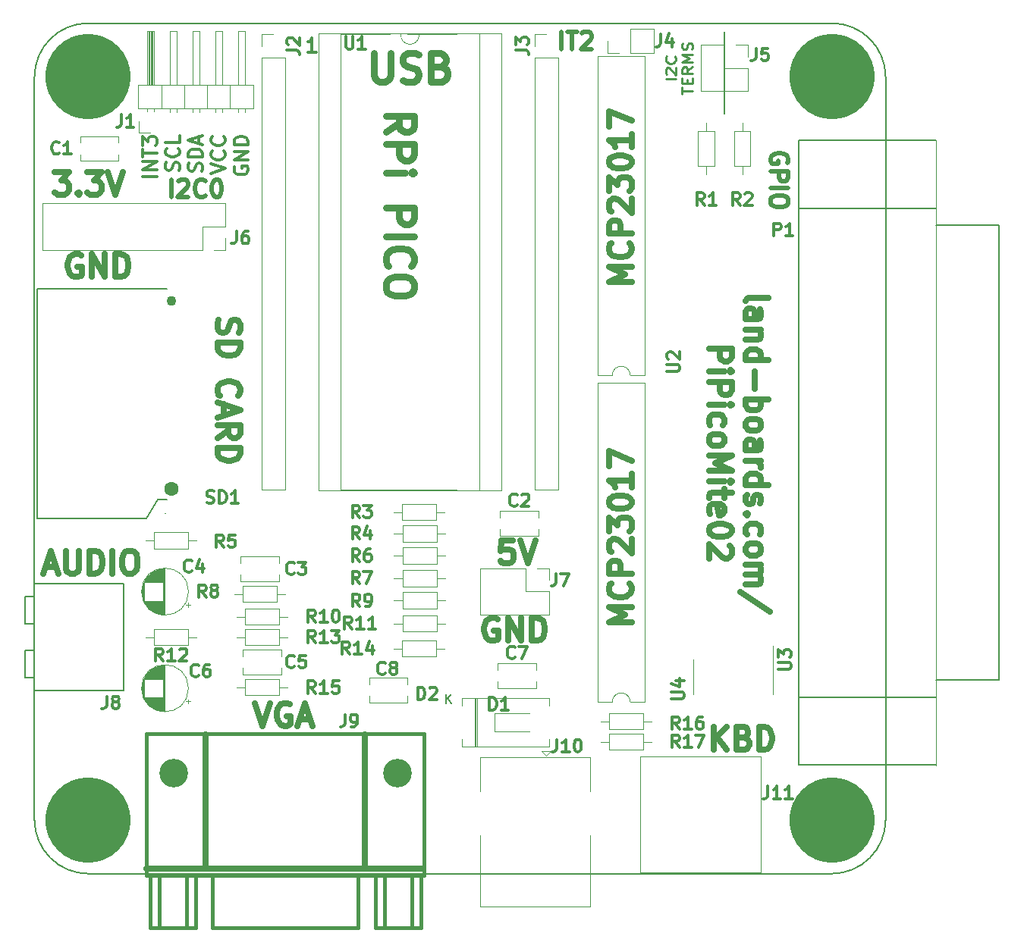
<source format=gto>
G04 #@! TF.GenerationSoftware,KiCad,Pcbnew,(6.0.1)*
G04 #@! TF.CreationDate,2022-05-22T21:00:15-04:00*
G04 #@! TF.ProjectId,PiPicoMite-02,50695069-636f-44d6-9974-652d30322e6b,2*
G04 #@! TF.SameCoordinates,Original*
G04 #@! TF.FileFunction,Legend,Top*
G04 #@! TF.FilePolarity,Positive*
%FSLAX46Y46*%
G04 Gerber Fmt 4.6, Leading zero omitted, Abs format (unit mm)*
G04 Created by KiCad (PCBNEW (6.0.1)) date 2022-05-22 21:00:15*
%MOMM*%
%LPD*%
G01*
G04 APERTURE LIST*
%ADD10C,0.150000*%
%ADD11C,0.635000*%
%ADD12C,0.476250*%
%ADD13C,0.793750*%
%ADD14C,0.285750*%
%ADD15C,0.304800*%
%ADD16C,0.349250*%
%ADD17C,0.381000*%
%ADD18C,0.650000*%
%ADD19C,0.010000*%
%ADD20C,0.120000*%
%ADD21C,0.100000*%
%ADD22C,3.200000*%
%ADD23C,1.600000*%
%ADD24C,1.100000*%
%ADD25C,9.525000*%
G04 APERTURE END LIST*
D10*
X77010000Y-10144000D02*
X77005000Y-1000000D01*
D11*
X1209523Y-60748333D02*
X2419047Y-60748333D01*
X967619Y-61474047D02*
X1814285Y-58934047D01*
X2660952Y-61474047D01*
X3507619Y-58934047D02*
X3507619Y-60990238D01*
X3628571Y-61232142D01*
X3749523Y-61353095D01*
X3991428Y-61474047D01*
X4475238Y-61474047D01*
X4717142Y-61353095D01*
X4838095Y-61232142D01*
X4959047Y-60990238D01*
X4959047Y-58934047D01*
X6168571Y-61474047D02*
X6168571Y-58934047D01*
X6773333Y-58934047D01*
X7136190Y-59055000D01*
X7378095Y-59296904D01*
X7499047Y-59538809D01*
X7619999Y-60022619D01*
X7619999Y-60385476D01*
X7499047Y-60869285D01*
X7378095Y-61111190D01*
X7136190Y-61353095D01*
X6773333Y-61474047D01*
X6168571Y-61474047D01*
X8708571Y-61474047D02*
X8708571Y-58934047D01*
X10401904Y-58934047D02*
X10885714Y-58934047D01*
X11127619Y-59055000D01*
X11369523Y-59296904D01*
X11490476Y-59780714D01*
X11490476Y-60627380D01*
X11369523Y-61111190D01*
X11127619Y-61353095D01*
X10885714Y-61474047D01*
X10401904Y-61474047D01*
X10159999Y-61353095D01*
X9918095Y-61111190D01*
X9797142Y-60627380D01*
X9797142Y-59780714D01*
X9918095Y-59296904D01*
X10159999Y-59055000D01*
X10401904Y-58934047D01*
X20561904Y-33138095D02*
X20440952Y-33500952D01*
X20440952Y-34105714D01*
X20561904Y-34347619D01*
X20682857Y-34468571D01*
X20924761Y-34589523D01*
X21166666Y-34589523D01*
X21408571Y-34468571D01*
X21529523Y-34347619D01*
X21650476Y-34105714D01*
X21771428Y-33621904D01*
X21892380Y-33380000D01*
X22013333Y-33259047D01*
X22255238Y-33138095D01*
X22497142Y-33138095D01*
X22739047Y-33259047D01*
X22860000Y-33380000D01*
X22980952Y-33621904D01*
X22980952Y-34226666D01*
X22860000Y-34589523D01*
X20440952Y-35678095D02*
X22980952Y-35678095D01*
X22980952Y-36282857D01*
X22860000Y-36645714D01*
X22618095Y-36887619D01*
X22376190Y-37008571D01*
X21892380Y-37129523D01*
X21529523Y-37129523D01*
X21045714Y-37008571D01*
X20803809Y-36887619D01*
X20561904Y-36645714D01*
X20440952Y-36282857D01*
X20440952Y-35678095D01*
X20682857Y-41604761D02*
X20561904Y-41483809D01*
X20440952Y-41120952D01*
X20440952Y-40879047D01*
X20561904Y-40516190D01*
X20803809Y-40274285D01*
X21045714Y-40153333D01*
X21529523Y-40032380D01*
X21892380Y-40032380D01*
X22376190Y-40153333D01*
X22618095Y-40274285D01*
X22860000Y-40516190D01*
X22980952Y-40879047D01*
X22980952Y-41120952D01*
X22860000Y-41483809D01*
X22739047Y-41604761D01*
X21166666Y-42572380D02*
X21166666Y-43781904D01*
X20440952Y-42330476D02*
X22980952Y-43177142D01*
X20440952Y-44023809D01*
X20440952Y-46321904D02*
X21650476Y-45475238D01*
X20440952Y-44870476D02*
X22980952Y-44870476D01*
X22980952Y-45838095D01*
X22860000Y-46080000D01*
X22739047Y-46200952D01*
X22497142Y-46321904D01*
X22134285Y-46321904D01*
X21892380Y-46200952D01*
X21771428Y-46080000D01*
X21650476Y-45838095D01*
X21650476Y-44870476D01*
X20440952Y-47410476D02*
X22980952Y-47410476D01*
X22980952Y-48015238D01*
X22860000Y-48378095D01*
X22618095Y-48620000D01*
X22376190Y-48740952D01*
X21892380Y-48861904D01*
X21529523Y-48861904D01*
X21045714Y-48740952D01*
X20803809Y-48620000D01*
X20561904Y-48378095D01*
X20440952Y-48015238D01*
X20440952Y-47410476D01*
X24607761Y-75952047D02*
X25454428Y-78492047D01*
X26301095Y-75952047D01*
X28478238Y-76073000D02*
X28236333Y-75952047D01*
X27873476Y-75952047D01*
X27510619Y-76073000D01*
X27268714Y-76314904D01*
X27147761Y-76556809D01*
X27026809Y-77040619D01*
X27026809Y-77403476D01*
X27147761Y-77887285D01*
X27268714Y-78129190D01*
X27510619Y-78371095D01*
X27873476Y-78492047D01*
X28115380Y-78492047D01*
X28478238Y-78371095D01*
X28599190Y-78250142D01*
X28599190Y-77403476D01*
X28115380Y-77403476D01*
X29566809Y-77766333D02*
X30776333Y-77766333D01*
X29324904Y-78492047D02*
X30171571Y-75952047D01*
X31018238Y-78492047D01*
X53364190Y-57791047D02*
X52154666Y-57791047D01*
X52033714Y-59000571D01*
X52154666Y-58879619D01*
X52396571Y-58758666D01*
X53001333Y-58758666D01*
X53243238Y-58879619D01*
X53364190Y-59000571D01*
X53485142Y-59242476D01*
X53485142Y-59847238D01*
X53364190Y-60089142D01*
X53243238Y-60210095D01*
X53001333Y-60331047D01*
X52396571Y-60331047D01*
X52154666Y-60210095D01*
X52033714Y-60089142D01*
X54210857Y-57791047D02*
X55057523Y-60331047D01*
X55904190Y-57791047D01*
X75794761Y-81149047D02*
X75794761Y-78609047D01*
X77246190Y-81149047D02*
X76157619Y-79697619D01*
X77246190Y-78609047D02*
X75794761Y-80060476D01*
X79181428Y-79818571D02*
X79544285Y-79939523D01*
X79665238Y-80060476D01*
X79786190Y-80302380D01*
X79786190Y-80665238D01*
X79665238Y-80907142D01*
X79544285Y-81028095D01*
X79302380Y-81149047D01*
X78334761Y-81149047D01*
X78334761Y-78609047D01*
X79181428Y-78609047D01*
X79423333Y-78730000D01*
X79544285Y-78850952D01*
X79665238Y-79092857D01*
X79665238Y-79334761D01*
X79544285Y-79576666D01*
X79423333Y-79697619D01*
X79181428Y-79818571D01*
X78334761Y-79818571D01*
X80874761Y-81149047D02*
X80874761Y-78609047D01*
X81479523Y-78609047D01*
X81842380Y-78730000D01*
X82084285Y-78971904D01*
X82205238Y-79213809D01*
X82326190Y-79697619D01*
X82326190Y-80060476D01*
X82205238Y-80544285D01*
X82084285Y-80786190D01*
X81842380Y-81028095D01*
X81479523Y-81149047D01*
X80874761Y-81149047D01*
D12*
X84010500Y-15621000D02*
X84101214Y-15439571D01*
X84101214Y-15167428D01*
X84010500Y-14895285D01*
X83829071Y-14713857D01*
X83647642Y-14623142D01*
X83284785Y-14532428D01*
X83012642Y-14532428D01*
X82649785Y-14623142D01*
X82468357Y-14713857D01*
X82286928Y-14895285D01*
X82196214Y-15167428D01*
X82196214Y-15348857D01*
X82286928Y-15621000D01*
X82377642Y-15711714D01*
X83012642Y-15711714D01*
X83012642Y-15348857D01*
X82196214Y-16528142D02*
X84101214Y-16528142D01*
X84101214Y-17253857D01*
X84010500Y-17435285D01*
X83919785Y-17526000D01*
X83738357Y-17616714D01*
X83466214Y-17616714D01*
X83284785Y-17526000D01*
X83194071Y-17435285D01*
X83103357Y-17253857D01*
X83103357Y-16528142D01*
X82196214Y-18433142D02*
X84101214Y-18433142D01*
X84101214Y-19703142D02*
X84101214Y-20066000D01*
X84010500Y-20247428D01*
X83829071Y-20428857D01*
X83466214Y-20519571D01*
X82831214Y-20519571D01*
X82468357Y-20428857D01*
X82286928Y-20247428D01*
X82196214Y-20066000D01*
X82196214Y-19703142D01*
X82286928Y-19521714D01*
X82468357Y-19340285D01*
X82831214Y-19249571D01*
X83466214Y-19249571D01*
X83829071Y-19340285D01*
X84010500Y-19521714D01*
X84101214Y-19703142D01*
D13*
X37903452Y-3341309D02*
X37903452Y-5911547D01*
X38054642Y-6213928D01*
X38205833Y-6365119D01*
X38508214Y-6516309D01*
X39112976Y-6516309D01*
X39415357Y-6365119D01*
X39566547Y-6213928D01*
X39717738Y-5911547D01*
X39717738Y-3341309D01*
X41078452Y-6365119D02*
X41532023Y-6516309D01*
X42287976Y-6516309D01*
X42590357Y-6365119D01*
X42741547Y-6213928D01*
X42892738Y-5911547D01*
X42892738Y-5609166D01*
X42741547Y-5306785D01*
X42590357Y-5155595D01*
X42287976Y-5004404D01*
X41683214Y-4853214D01*
X41380833Y-4702023D01*
X41229642Y-4550833D01*
X41078452Y-4248452D01*
X41078452Y-3946071D01*
X41229642Y-3643690D01*
X41380833Y-3492500D01*
X41683214Y-3341309D01*
X42439166Y-3341309D01*
X42892738Y-3492500D01*
X45311785Y-4853214D02*
X45765357Y-5004404D01*
X45916547Y-5155595D01*
X46067738Y-5457976D01*
X46067738Y-5911547D01*
X45916547Y-6213928D01*
X45765357Y-6365119D01*
X45462976Y-6516309D01*
X44253452Y-6516309D01*
X44253452Y-3341309D01*
X45311785Y-3341309D01*
X45614166Y-3492500D01*
X45765357Y-3643690D01*
X45916547Y-3946071D01*
X45916547Y-4248452D01*
X45765357Y-4550833D01*
X45614166Y-4702023D01*
X45311785Y-4853214D01*
X44253452Y-4853214D01*
D14*
X71596956Y-6239761D02*
X70453956Y-6239761D01*
X70562813Y-5695476D02*
X70508385Y-5635000D01*
X70453956Y-5514047D01*
X70453956Y-5211666D01*
X70508385Y-5090714D01*
X70562813Y-5030238D01*
X70671670Y-4969761D01*
X70780527Y-4969761D01*
X70943813Y-5030238D01*
X71596956Y-5755952D01*
X71596956Y-4969761D01*
X71488099Y-3699761D02*
X71542527Y-3760238D01*
X71596956Y-3941666D01*
X71596956Y-4062619D01*
X71542527Y-4244047D01*
X71433670Y-4365000D01*
X71324813Y-4425476D01*
X71107099Y-4485952D01*
X70943813Y-4485952D01*
X70726099Y-4425476D01*
X70617242Y-4365000D01*
X70508385Y-4244047D01*
X70453956Y-4062619D01*
X70453956Y-3941666D01*
X70508385Y-3760238D01*
X70562813Y-3699761D01*
X72294186Y-7902857D02*
X72294186Y-7177142D01*
X73437186Y-7540000D02*
X72294186Y-7540000D01*
X72838472Y-6753809D02*
X72838472Y-6330476D01*
X73437186Y-6149047D02*
X73437186Y-6753809D01*
X72294186Y-6753809D01*
X72294186Y-6149047D01*
X73437186Y-4879047D02*
X72892900Y-5302380D01*
X73437186Y-5604761D02*
X72294186Y-5604761D01*
X72294186Y-5120952D01*
X72348615Y-5000000D01*
X72403043Y-4939523D01*
X72511900Y-4879047D01*
X72675186Y-4879047D01*
X72784043Y-4939523D01*
X72838472Y-5000000D01*
X72892900Y-5120952D01*
X72892900Y-5604761D01*
X73437186Y-4334761D02*
X72294186Y-4334761D01*
X73110615Y-3911428D01*
X72294186Y-3488095D01*
X73437186Y-3488095D01*
X73382757Y-2943809D02*
X73437186Y-2762380D01*
X73437186Y-2460000D01*
X73382757Y-2339047D01*
X73328329Y-2278571D01*
X73219472Y-2218095D01*
X73110615Y-2218095D01*
X73001757Y-2278571D01*
X72947329Y-2339047D01*
X72892900Y-2460000D01*
X72838472Y-2701904D01*
X72784043Y-2822857D01*
X72729615Y-2883333D01*
X72620757Y-2943809D01*
X72511900Y-2943809D01*
X72403043Y-2883333D01*
X72348615Y-2822857D01*
X72294186Y-2701904D01*
X72294186Y-2399523D01*
X72348615Y-2218095D01*
D11*
X5176761Y-25908000D02*
X4934857Y-25787047D01*
X4572000Y-25787047D01*
X4209142Y-25908000D01*
X3967238Y-26149904D01*
X3846285Y-26391809D01*
X3725333Y-26875619D01*
X3725333Y-27238476D01*
X3846285Y-27722285D01*
X3967238Y-27964190D01*
X4209142Y-28206095D01*
X4572000Y-28327047D01*
X4813904Y-28327047D01*
X5176761Y-28206095D01*
X5297714Y-28085142D01*
X5297714Y-27238476D01*
X4813904Y-27238476D01*
X6386285Y-28327047D02*
X6386285Y-25787047D01*
X7837714Y-28327047D01*
X7837714Y-25787047D01*
X9047238Y-28327047D02*
X9047238Y-25787047D01*
X9652000Y-25787047D01*
X10014857Y-25908000D01*
X10256761Y-26149904D01*
X10377714Y-26391809D01*
X10498666Y-26875619D01*
X10498666Y-27238476D01*
X10377714Y-27722285D01*
X10256761Y-27964190D01*
X10014857Y-28206095D01*
X9652000Y-28327047D01*
X9047238Y-28327047D01*
X79381652Y-31012190D02*
X79502604Y-30770285D01*
X79744509Y-30649333D01*
X81921652Y-30649333D01*
X79381652Y-33068380D02*
X80712128Y-33068380D01*
X80954033Y-32947428D01*
X81074985Y-32705523D01*
X81074985Y-32221714D01*
X80954033Y-31979809D01*
X79502604Y-33068380D02*
X79381652Y-32826476D01*
X79381652Y-32221714D01*
X79502604Y-31979809D01*
X79744509Y-31858857D01*
X79986414Y-31858857D01*
X80228319Y-31979809D01*
X80349271Y-32221714D01*
X80349271Y-32826476D01*
X80470223Y-33068380D01*
X81074985Y-34277904D02*
X79381652Y-34277904D01*
X80833080Y-34277904D02*
X80954033Y-34398857D01*
X81074985Y-34640761D01*
X81074985Y-35003619D01*
X80954033Y-35245523D01*
X80712128Y-35366476D01*
X79381652Y-35366476D01*
X79381652Y-37664571D02*
X81921652Y-37664571D01*
X79502604Y-37664571D02*
X79381652Y-37422666D01*
X79381652Y-36938857D01*
X79502604Y-36696952D01*
X79623557Y-36576000D01*
X79865461Y-36455047D01*
X80591176Y-36455047D01*
X80833080Y-36576000D01*
X80954033Y-36696952D01*
X81074985Y-36938857D01*
X81074985Y-37422666D01*
X80954033Y-37664571D01*
X80349271Y-38874095D02*
X80349271Y-40809333D01*
X79381652Y-42018857D02*
X81921652Y-42018857D01*
X80954033Y-42018857D02*
X81074985Y-42260761D01*
X81074985Y-42744571D01*
X80954033Y-42986476D01*
X80833080Y-43107428D01*
X80591176Y-43228380D01*
X79865461Y-43228380D01*
X79623557Y-43107428D01*
X79502604Y-42986476D01*
X79381652Y-42744571D01*
X79381652Y-42260761D01*
X79502604Y-42018857D01*
X79381652Y-44679809D02*
X79502604Y-44437904D01*
X79623557Y-44316952D01*
X79865461Y-44196000D01*
X80591176Y-44196000D01*
X80833080Y-44316952D01*
X80954033Y-44437904D01*
X81074985Y-44679809D01*
X81074985Y-45042666D01*
X80954033Y-45284571D01*
X80833080Y-45405523D01*
X80591176Y-45526476D01*
X79865461Y-45526476D01*
X79623557Y-45405523D01*
X79502604Y-45284571D01*
X79381652Y-45042666D01*
X79381652Y-44679809D01*
X79381652Y-47703619D02*
X80712128Y-47703619D01*
X80954033Y-47582666D01*
X81074985Y-47340761D01*
X81074985Y-46856952D01*
X80954033Y-46615047D01*
X79502604Y-47703619D02*
X79381652Y-47461714D01*
X79381652Y-46856952D01*
X79502604Y-46615047D01*
X79744509Y-46494095D01*
X79986414Y-46494095D01*
X80228319Y-46615047D01*
X80349271Y-46856952D01*
X80349271Y-47461714D01*
X80470223Y-47703619D01*
X79381652Y-48913142D02*
X81074985Y-48913142D01*
X80591176Y-48913142D02*
X80833080Y-49034095D01*
X80954033Y-49155047D01*
X81074985Y-49396952D01*
X81074985Y-49638857D01*
X79381652Y-51574095D02*
X81921652Y-51574095D01*
X79502604Y-51574095D02*
X79381652Y-51332190D01*
X79381652Y-50848380D01*
X79502604Y-50606476D01*
X79623557Y-50485523D01*
X79865461Y-50364571D01*
X80591176Y-50364571D01*
X80833080Y-50485523D01*
X80954033Y-50606476D01*
X81074985Y-50848380D01*
X81074985Y-51332190D01*
X80954033Y-51574095D01*
X79502604Y-52662666D02*
X79381652Y-52904571D01*
X79381652Y-53388380D01*
X79502604Y-53630285D01*
X79744509Y-53751238D01*
X79865461Y-53751238D01*
X80107366Y-53630285D01*
X80228319Y-53388380D01*
X80228319Y-53025523D01*
X80349271Y-52783619D01*
X80591176Y-52662666D01*
X80712128Y-52662666D01*
X80954033Y-52783619D01*
X81074985Y-53025523D01*
X81074985Y-53388380D01*
X80954033Y-53630285D01*
X79623557Y-54839809D02*
X79502604Y-54960761D01*
X79381652Y-54839809D01*
X79502604Y-54718857D01*
X79623557Y-54839809D01*
X79381652Y-54839809D01*
X79502604Y-57137904D02*
X79381652Y-56896000D01*
X79381652Y-56412190D01*
X79502604Y-56170285D01*
X79623557Y-56049333D01*
X79865461Y-55928380D01*
X80591176Y-55928380D01*
X80833080Y-56049333D01*
X80954033Y-56170285D01*
X81074985Y-56412190D01*
X81074985Y-56896000D01*
X80954033Y-57137904D01*
X79381652Y-58589333D02*
X79502604Y-58347428D01*
X79623557Y-58226476D01*
X79865461Y-58105523D01*
X80591176Y-58105523D01*
X80833080Y-58226476D01*
X80954033Y-58347428D01*
X81074985Y-58589333D01*
X81074985Y-58952190D01*
X80954033Y-59194095D01*
X80833080Y-59315047D01*
X80591176Y-59436000D01*
X79865461Y-59436000D01*
X79623557Y-59315047D01*
X79502604Y-59194095D01*
X79381652Y-58952190D01*
X79381652Y-58589333D01*
X79381652Y-60524571D02*
X81074985Y-60524571D01*
X80833080Y-60524571D02*
X80954033Y-60645523D01*
X81074985Y-60887428D01*
X81074985Y-61250285D01*
X80954033Y-61492190D01*
X80712128Y-61613142D01*
X79381652Y-61613142D01*
X80712128Y-61613142D02*
X80954033Y-61734095D01*
X81074985Y-61976000D01*
X81074985Y-62338857D01*
X80954033Y-62580761D01*
X80712128Y-62701714D01*
X79381652Y-62701714D01*
X82042604Y-65725523D02*
X78776890Y-63548380D01*
X75292252Y-36334095D02*
X77832252Y-36334095D01*
X77832252Y-37301714D01*
X77711300Y-37543619D01*
X77590347Y-37664571D01*
X77348442Y-37785523D01*
X76985585Y-37785523D01*
X76743680Y-37664571D01*
X76622728Y-37543619D01*
X76501776Y-37301714D01*
X76501776Y-36334095D01*
X75292252Y-38874095D02*
X76985585Y-38874095D01*
X77832252Y-38874095D02*
X77711300Y-38753142D01*
X77590347Y-38874095D01*
X77711300Y-38995047D01*
X77832252Y-38874095D01*
X77590347Y-38874095D01*
X75292252Y-40083619D02*
X77832252Y-40083619D01*
X77832252Y-41051238D01*
X77711300Y-41293142D01*
X77590347Y-41414095D01*
X77348442Y-41535047D01*
X76985585Y-41535047D01*
X76743680Y-41414095D01*
X76622728Y-41293142D01*
X76501776Y-41051238D01*
X76501776Y-40083619D01*
X75292252Y-42623619D02*
X76985585Y-42623619D01*
X77832252Y-42623619D02*
X77711300Y-42502666D01*
X77590347Y-42623619D01*
X77711300Y-42744571D01*
X77832252Y-42623619D01*
X77590347Y-42623619D01*
X75413204Y-44921714D02*
X75292252Y-44679809D01*
X75292252Y-44196000D01*
X75413204Y-43954095D01*
X75534157Y-43833142D01*
X75776061Y-43712190D01*
X76501776Y-43712190D01*
X76743680Y-43833142D01*
X76864633Y-43954095D01*
X76985585Y-44196000D01*
X76985585Y-44679809D01*
X76864633Y-44921714D01*
X75292252Y-46373142D02*
X75413204Y-46131238D01*
X75534157Y-46010285D01*
X75776061Y-45889333D01*
X76501776Y-45889333D01*
X76743680Y-46010285D01*
X76864633Y-46131238D01*
X76985585Y-46373142D01*
X76985585Y-46736000D01*
X76864633Y-46977904D01*
X76743680Y-47098857D01*
X76501776Y-47219809D01*
X75776061Y-47219809D01*
X75534157Y-47098857D01*
X75413204Y-46977904D01*
X75292252Y-46736000D01*
X75292252Y-46373142D01*
X75292252Y-48308380D02*
X77832252Y-48308380D01*
X76017966Y-49155047D01*
X77832252Y-50001714D01*
X75292252Y-50001714D01*
X75292252Y-51211238D02*
X76985585Y-51211238D01*
X77832252Y-51211238D02*
X77711300Y-51090285D01*
X77590347Y-51211238D01*
X77711300Y-51332190D01*
X77832252Y-51211238D01*
X77590347Y-51211238D01*
X76985585Y-52057904D02*
X76985585Y-53025523D01*
X77832252Y-52420761D02*
X75655109Y-52420761D01*
X75413204Y-52541714D01*
X75292252Y-52783619D01*
X75292252Y-53025523D01*
X75413204Y-54839809D02*
X75292252Y-54597904D01*
X75292252Y-54114095D01*
X75413204Y-53872190D01*
X75655109Y-53751238D01*
X76622728Y-53751238D01*
X76864633Y-53872190D01*
X76985585Y-54114095D01*
X76985585Y-54597904D01*
X76864633Y-54839809D01*
X76622728Y-54960761D01*
X76380823Y-54960761D01*
X76138919Y-53751238D01*
X77832252Y-56533142D02*
X77832252Y-56775047D01*
X77711300Y-57016952D01*
X77590347Y-57137904D01*
X77348442Y-57258857D01*
X76864633Y-57379809D01*
X76259871Y-57379809D01*
X75776061Y-57258857D01*
X75534157Y-57137904D01*
X75413204Y-57016952D01*
X75292252Y-56775047D01*
X75292252Y-56533142D01*
X75413204Y-56291238D01*
X75534157Y-56170285D01*
X75776061Y-56049333D01*
X76259871Y-55928380D01*
X76864633Y-55928380D01*
X77348442Y-56049333D01*
X77590347Y-56170285D01*
X77711300Y-56291238D01*
X77832252Y-56533142D01*
X77590347Y-58347428D02*
X77711300Y-58468380D01*
X77832252Y-58710285D01*
X77832252Y-59315047D01*
X77711300Y-59556952D01*
X77590347Y-59677904D01*
X77348442Y-59798857D01*
X77106538Y-59798857D01*
X76743680Y-59677904D01*
X75292252Y-58226476D01*
X75292252Y-59798857D01*
X66649047Y-28934285D02*
X64109047Y-28934285D01*
X65923333Y-28087619D01*
X64109047Y-27240952D01*
X66649047Y-27240952D01*
X66407142Y-24580000D02*
X66528095Y-24700952D01*
X66649047Y-25063809D01*
X66649047Y-25305714D01*
X66528095Y-25668571D01*
X66286190Y-25910476D01*
X66044285Y-26031428D01*
X65560476Y-26152380D01*
X65197619Y-26152380D01*
X64713809Y-26031428D01*
X64471904Y-25910476D01*
X64230000Y-25668571D01*
X64109047Y-25305714D01*
X64109047Y-25063809D01*
X64230000Y-24700952D01*
X64350952Y-24580000D01*
X66649047Y-23491428D02*
X64109047Y-23491428D01*
X64109047Y-22523809D01*
X64230000Y-22281904D01*
X64350952Y-22160952D01*
X64592857Y-22040000D01*
X64955714Y-22040000D01*
X65197619Y-22160952D01*
X65318571Y-22281904D01*
X65439523Y-22523809D01*
X65439523Y-23491428D01*
X64350952Y-21072380D02*
X64230000Y-20951428D01*
X64109047Y-20709523D01*
X64109047Y-20104761D01*
X64230000Y-19862857D01*
X64350952Y-19741904D01*
X64592857Y-19620952D01*
X64834761Y-19620952D01*
X65197619Y-19741904D01*
X66649047Y-21193333D01*
X66649047Y-19620952D01*
X64109047Y-18774285D02*
X64109047Y-17201904D01*
X65076666Y-18048571D01*
X65076666Y-17685714D01*
X65197619Y-17443809D01*
X65318571Y-17322857D01*
X65560476Y-17201904D01*
X66165238Y-17201904D01*
X66407142Y-17322857D01*
X66528095Y-17443809D01*
X66649047Y-17685714D01*
X66649047Y-18411428D01*
X66528095Y-18653333D01*
X66407142Y-18774285D01*
X64109047Y-15629523D02*
X64109047Y-15387619D01*
X64230000Y-15145714D01*
X64350952Y-15024761D01*
X64592857Y-14903809D01*
X65076666Y-14782857D01*
X65681428Y-14782857D01*
X66165238Y-14903809D01*
X66407142Y-15024761D01*
X66528095Y-15145714D01*
X66649047Y-15387619D01*
X66649047Y-15629523D01*
X66528095Y-15871428D01*
X66407142Y-15992380D01*
X66165238Y-16113333D01*
X65681428Y-16234285D01*
X65076666Y-16234285D01*
X64592857Y-16113333D01*
X64350952Y-15992380D01*
X64230000Y-15871428D01*
X64109047Y-15629523D01*
X66649047Y-12363809D02*
X66649047Y-13815238D01*
X66649047Y-13089523D02*
X64109047Y-13089523D01*
X64471904Y-13331428D01*
X64713809Y-13573333D01*
X64834761Y-13815238D01*
X64109047Y-11517142D02*
X64109047Y-9823809D01*
X66649047Y-10912380D01*
D13*
X39203690Y-12155714D02*
X40715595Y-11097380D01*
X39203690Y-10341428D02*
X42378690Y-10341428D01*
X42378690Y-11550952D01*
X42227500Y-11853333D01*
X42076309Y-12004523D01*
X41773928Y-12155714D01*
X41320357Y-12155714D01*
X41017976Y-12004523D01*
X40866785Y-11853333D01*
X40715595Y-11550952D01*
X40715595Y-10341428D01*
X39203690Y-13516428D02*
X42378690Y-13516428D01*
X42378690Y-14725952D01*
X42227500Y-15028333D01*
X42076309Y-15179523D01*
X41773928Y-15330714D01*
X41320357Y-15330714D01*
X41017976Y-15179523D01*
X40866785Y-15028333D01*
X40715595Y-14725952D01*
X40715595Y-13516428D01*
X39203690Y-16691428D02*
X41320357Y-16691428D01*
X42378690Y-16691428D02*
X42227500Y-16540238D01*
X42076309Y-16691428D01*
X42227500Y-16842619D01*
X42378690Y-16691428D01*
X42076309Y-16691428D01*
X39203690Y-20622380D02*
X42378690Y-20622380D01*
X42378690Y-21831904D01*
X42227500Y-22134285D01*
X42076309Y-22285476D01*
X41773928Y-22436666D01*
X41320357Y-22436666D01*
X41017976Y-22285476D01*
X40866785Y-22134285D01*
X40715595Y-21831904D01*
X40715595Y-20622380D01*
X39203690Y-23797380D02*
X42378690Y-23797380D01*
X39506071Y-27123571D02*
X39354880Y-26972380D01*
X39203690Y-26518809D01*
X39203690Y-26216428D01*
X39354880Y-25762857D01*
X39657261Y-25460476D01*
X39959642Y-25309285D01*
X40564404Y-25158095D01*
X41017976Y-25158095D01*
X41622738Y-25309285D01*
X41925119Y-25460476D01*
X42227500Y-25762857D01*
X42378690Y-26216428D01*
X42378690Y-26518809D01*
X42227500Y-26972380D01*
X42076309Y-27123571D01*
X42378690Y-29089047D02*
X42378690Y-29693809D01*
X42227500Y-29996190D01*
X41925119Y-30298571D01*
X41320357Y-30449761D01*
X40262023Y-30449761D01*
X39657261Y-30298571D01*
X39354880Y-29996190D01*
X39203690Y-29693809D01*
X39203690Y-29089047D01*
X39354880Y-28786666D01*
X39657261Y-28484285D01*
X40262023Y-28333095D01*
X41320357Y-28333095D01*
X41925119Y-28484285D01*
X42227500Y-28786666D01*
X42378690Y-29089047D01*
D12*
X58819142Y-2893785D02*
X58819142Y-988785D01*
X59454142Y-988785D02*
X60542714Y-988785D01*
X59998428Y-2893785D02*
X59998428Y-988785D01*
X61087000Y-1170214D02*
X61177714Y-1079500D01*
X61359142Y-988785D01*
X61812714Y-988785D01*
X61994142Y-1079500D01*
X62084857Y-1170214D01*
X62175571Y-1351642D01*
X62175571Y-1533071D01*
X62084857Y-1805214D01*
X60996285Y-2893785D01*
X62175571Y-2893785D01*
D15*
X13640404Y-17152620D02*
X12052904Y-17152620D01*
X13640404Y-16396667D02*
X12052904Y-16396667D01*
X13640404Y-15489524D01*
X12052904Y-15489524D01*
X12052904Y-14960358D02*
X12052904Y-14053215D01*
X13640404Y-14506786D02*
X12052904Y-14506786D01*
X12052904Y-13675239D02*
X12052904Y-12692500D01*
X12657666Y-13221667D01*
X12657666Y-12994881D01*
X12733261Y-12843691D01*
X12808857Y-12768096D01*
X12960047Y-12692500D01*
X13338023Y-12692500D01*
X13489214Y-12768096D01*
X13564809Y-12843691D01*
X13640404Y-12994881D01*
X13640404Y-13448453D01*
X13564809Y-13599643D01*
X13489214Y-13675239D01*
X16120684Y-16472262D02*
X16196279Y-16245477D01*
X16196279Y-15867500D01*
X16120684Y-15716310D01*
X16045089Y-15640715D01*
X15893898Y-15565120D01*
X15742708Y-15565120D01*
X15591517Y-15640715D01*
X15515922Y-15716310D01*
X15440327Y-15867500D01*
X15364732Y-16169881D01*
X15289136Y-16321072D01*
X15213541Y-16396667D01*
X15062351Y-16472262D01*
X14911160Y-16472262D01*
X14759970Y-16396667D01*
X14684375Y-16321072D01*
X14608779Y-16169881D01*
X14608779Y-15791905D01*
X14684375Y-15565120D01*
X16045089Y-13977620D02*
X16120684Y-14053215D01*
X16196279Y-14280000D01*
X16196279Y-14431191D01*
X16120684Y-14657977D01*
X15969494Y-14809167D01*
X15818303Y-14884762D01*
X15515922Y-14960358D01*
X15289136Y-14960358D01*
X14986755Y-14884762D01*
X14835565Y-14809167D01*
X14684375Y-14657977D01*
X14608779Y-14431191D01*
X14608779Y-14280000D01*
X14684375Y-14053215D01*
X14759970Y-13977620D01*
X16196279Y-12541310D02*
X16196279Y-13297262D01*
X14608779Y-13297262D01*
X18676559Y-16547858D02*
X18752154Y-16321072D01*
X18752154Y-15943096D01*
X18676559Y-15791905D01*
X18600964Y-15716310D01*
X18449773Y-15640715D01*
X18298583Y-15640715D01*
X18147392Y-15716310D01*
X18071797Y-15791905D01*
X17996202Y-15943096D01*
X17920607Y-16245477D01*
X17845011Y-16396667D01*
X17769416Y-16472262D01*
X17618226Y-16547858D01*
X17467035Y-16547858D01*
X17315845Y-16472262D01*
X17240250Y-16396667D01*
X17164654Y-16245477D01*
X17164654Y-15867500D01*
X17240250Y-15640715D01*
X18752154Y-14960358D02*
X17164654Y-14960358D01*
X17164654Y-14582381D01*
X17240250Y-14355596D01*
X17391440Y-14204405D01*
X17542630Y-14128810D01*
X17845011Y-14053215D01*
X18071797Y-14053215D01*
X18374178Y-14128810D01*
X18525369Y-14204405D01*
X18676559Y-14355596D01*
X18752154Y-14582381D01*
X18752154Y-14960358D01*
X18298583Y-13448453D02*
X18298583Y-12692500D01*
X18752154Y-13599643D02*
X17164654Y-13070477D01*
X18752154Y-12541310D01*
X19720529Y-16774643D02*
X21308029Y-16245477D01*
X19720529Y-15716310D01*
X21156839Y-14280000D02*
X21232434Y-14355596D01*
X21308029Y-14582381D01*
X21308029Y-14733572D01*
X21232434Y-14960358D01*
X21081244Y-15111548D01*
X20930053Y-15187143D01*
X20627672Y-15262739D01*
X20400886Y-15262739D01*
X20098505Y-15187143D01*
X19947315Y-15111548D01*
X19796125Y-14960358D01*
X19720529Y-14733572D01*
X19720529Y-14582381D01*
X19796125Y-14355596D01*
X19871720Y-14280000D01*
X21156839Y-12692500D02*
X21232434Y-12768096D01*
X21308029Y-12994881D01*
X21308029Y-13146072D01*
X21232434Y-13372858D01*
X21081244Y-13524048D01*
X20930053Y-13599643D01*
X20627672Y-13675239D01*
X20400886Y-13675239D01*
X20098505Y-13599643D01*
X19947315Y-13524048D01*
X19796125Y-13372858D01*
X19720529Y-13146072D01*
X19720529Y-12994881D01*
X19796125Y-12768096D01*
X19871720Y-12692500D01*
X22352000Y-16018691D02*
X22276404Y-16169881D01*
X22276404Y-16396667D01*
X22352000Y-16623453D01*
X22503190Y-16774643D01*
X22654380Y-16850239D01*
X22956761Y-16925834D01*
X23183547Y-16925834D01*
X23485928Y-16850239D01*
X23637119Y-16774643D01*
X23788309Y-16623453D01*
X23863904Y-16396667D01*
X23863904Y-16245477D01*
X23788309Y-16018691D01*
X23712714Y-15943096D01*
X23183547Y-15943096D01*
X23183547Y-16245477D01*
X23863904Y-15262739D02*
X22276404Y-15262739D01*
X23863904Y-14355596D01*
X22276404Y-14355596D01*
X23863904Y-13599643D02*
X22276404Y-13599643D01*
X22276404Y-13221667D01*
X22352000Y-12994881D01*
X22503190Y-12843691D01*
X22654380Y-12768096D01*
X22956761Y-12692500D01*
X23183547Y-12692500D01*
X23485928Y-12768096D01*
X23637119Y-12843691D01*
X23788309Y-12994881D01*
X23863904Y-13221667D01*
X23863904Y-13599643D01*
D11*
X51658761Y-66548000D02*
X51416857Y-66427047D01*
X51054000Y-66427047D01*
X50691142Y-66548000D01*
X50449238Y-66789904D01*
X50328285Y-67031809D01*
X50207333Y-67515619D01*
X50207333Y-67878476D01*
X50328285Y-68362285D01*
X50449238Y-68604190D01*
X50691142Y-68846095D01*
X51054000Y-68967047D01*
X51295904Y-68967047D01*
X51658761Y-68846095D01*
X51779714Y-68725142D01*
X51779714Y-67878476D01*
X51295904Y-67878476D01*
X52868285Y-68967047D02*
X52868285Y-66427047D01*
X54319714Y-68967047D01*
X54319714Y-66427047D01*
X55529238Y-68967047D02*
X55529238Y-66427047D01*
X56134000Y-66427047D01*
X56496857Y-66548000D01*
X56738761Y-66789904D01*
X56859714Y-67031809D01*
X56980666Y-67515619D01*
X56980666Y-67878476D01*
X56859714Y-68362285D01*
X56738761Y-68604190D01*
X56496857Y-68846095D01*
X56134000Y-68967047D01*
X55529238Y-68967047D01*
X66649047Y-66934285D02*
X64109047Y-66934285D01*
X65923333Y-66087619D01*
X64109047Y-65240952D01*
X66649047Y-65240952D01*
X66407142Y-62580000D02*
X66528095Y-62700952D01*
X66649047Y-63063809D01*
X66649047Y-63305714D01*
X66528095Y-63668571D01*
X66286190Y-63910476D01*
X66044285Y-64031428D01*
X65560476Y-64152380D01*
X65197619Y-64152380D01*
X64713809Y-64031428D01*
X64471904Y-63910476D01*
X64230000Y-63668571D01*
X64109047Y-63305714D01*
X64109047Y-63063809D01*
X64230000Y-62700952D01*
X64350952Y-62580000D01*
X66649047Y-61491428D02*
X64109047Y-61491428D01*
X64109047Y-60523809D01*
X64230000Y-60281904D01*
X64350952Y-60160952D01*
X64592857Y-60040000D01*
X64955714Y-60040000D01*
X65197619Y-60160952D01*
X65318571Y-60281904D01*
X65439523Y-60523809D01*
X65439523Y-61491428D01*
X64350952Y-59072380D02*
X64230000Y-58951428D01*
X64109047Y-58709523D01*
X64109047Y-58104761D01*
X64230000Y-57862857D01*
X64350952Y-57741904D01*
X64592857Y-57620952D01*
X64834761Y-57620952D01*
X65197619Y-57741904D01*
X66649047Y-59193333D01*
X66649047Y-57620952D01*
X64109047Y-56774285D02*
X64109047Y-55201904D01*
X65076666Y-56048571D01*
X65076666Y-55685714D01*
X65197619Y-55443809D01*
X65318571Y-55322857D01*
X65560476Y-55201904D01*
X66165238Y-55201904D01*
X66407142Y-55322857D01*
X66528095Y-55443809D01*
X66649047Y-55685714D01*
X66649047Y-56411428D01*
X66528095Y-56653333D01*
X66407142Y-56774285D01*
X64109047Y-53629523D02*
X64109047Y-53387619D01*
X64230000Y-53145714D01*
X64350952Y-53024761D01*
X64592857Y-52903809D01*
X65076666Y-52782857D01*
X65681428Y-52782857D01*
X66165238Y-52903809D01*
X66407142Y-53024761D01*
X66528095Y-53145714D01*
X66649047Y-53387619D01*
X66649047Y-53629523D01*
X66528095Y-53871428D01*
X66407142Y-53992380D01*
X66165238Y-54113333D01*
X65681428Y-54234285D01*
X65076666Y-54234285D01*
X64592857Y-54113333D01*
X64350952Y-53992380D01*
X64230000Y-53871428D01*
X64109047Y-53629523D01*
X66649047Y-50363809D02*
X66649047Y-51815238D01*
X66649047Y-51089523D02*
X64109047Y-51089523D01*
X64471904Y-51331428D01*
X64713809Y-51573333D01*
X64834761Y-51815238D01*
X64109047Y-49517142D02*
X64109047Y-47823809D01*
X66649047Y-48912380D01*
D12*
X15267214Y-19403785D02*
X15267214Y-17498785D01*
X16083642Y-17680214D02*
X16174357Y-17589500D01*
X16355785Y-17498785D01*
X16809357Y-17498785D01*
X16990785Y-17589500D01*
X17081500Y-17680214D01*
X17172214Y-17861642D01*
X17172214Y-18043071D01*
X17081500Y-18315214D01*
X15992928Y-19403785D01*
X17172214Y-19403785D01*
X19077214Y-19222357D02*
X18986500Y-19313071D01*
X18714357Y-19403785D01*
X18532928Y-19403785D01*
X18260785Y-19313071D01*
X18079357Y-19131642D01*
X17988642Y-18950214D01*
X17897928Y-18587357D01*
X17897928Y-18315214D01*
X17988642Y-17952357D01*
X18079357Y-17770928D01*
X18260785Y-17589500D01*
X18532928Y-17498785D01*
X18714357Y-17498785D01*
X18986500Y-17589500D01*
X19077214Y-17680214D01*
X20256500Y-17498785D02*
X20437928Y-17498785D01*
X20619357Y-17589500D01*
X20710071Y-17680214D01*
X20800785Y-17861642D01*
X20891500Y-18224500D01*
X20891500Y-18678071D01*
X20800785Y-19040928D01*
X20710071Y-19222357D01*
X20619357Y-19313071D01*
X20437928Y-19403785D01*
X20256500Y-19403785D01*
X20075071Y-19313071D01*
X19984357Y-19222357D01*
X19893642Y-19040928D01*
X19802928Y-18678071D01*
X19802928Y-18224500D01*
X19893642Y-17861642D01*
X19984357Y-17680214D01*
X20075071Y-17589500D01*
X20256500Y-17498785D01*
D11*
X2250476Y-16609047D02*
X3822857Y-16609047D01*
X2976190Y-17576666D01*
X3339047Y-17576666D01*
X3580952Y-17697619D01*
X3701904Y-17818571D01*
X3822857Y-18060476D01*
X3822857Y-18665238D01*
X3701904Y-18907142D01*
X3580952Y-19028095D01*
X3339047Y-19149047D01*
X2613333Y-19149047D01*
X2371428Y-19028095D01*
X2250476Y-18907142D01*
X4911428Y-18907142D02*
X5032380Y-19028095D01*
X4911428Y-19149047D01*
X4790476Y-19028095D01*
X4911428Y-18907142D01*
X4911428Y-19149047D01*
X5879047Y-16609047D02*
X7451428Y-16609047D01*
X6604761Y-17576666D01*
X6967619Y-17576666D01*
X7209523Y-17697619D01*
X7330476Y-17818571D01*
X7451428Y-18060476D01*
X7451428Y-18665238D01*
X7330476Y-18907142D01*
X7209523Y-19028095D01*
X6967619Y-19149047D01*
X6241904Y-19149047D01*
X6000000Y-19028095D01*
X5879047Y-18907142D01*
X8177142Y-16609047D02*
X9023809Y-19149047D01*
X9870476Y-16609047D01*
D16*
X34653583Y-77212976D02*
X34653583Y-78210833D01*
X34587059Y-78410404D01*
X34454011Y-78543452D01*
X34254440Y-78609976D01*
X34121392Y-78609976D01*
X35385345Y-78609976D02*
X35651440Y-78609976D01*
X35784488Y-78543452D01*
X35851011Y-78476928D01*
X35984059Y-78277357D01*
X36050583Y-78011261D01*
X36050583Y-77479071D01*
X35984059Y-77346023D01*
X35917535Y-77279500D01*
X35784488Y-77212976D01*
X35518392Y-77212976D01*
X35385345Y-77279500D01*
X35318821Y-77346023D01*
X35252297Y-77479071D01*
X35252297Y-77811690D01*
X35318821Y-77944738D01*
X35385345Y-78011261D01*
X35518392Y-78077785D01*
X35784488Y-78077785D01*
X35917535Y-78011261D01*
X35984059Y-77944738D01*
X36050583Y-77811690D01*
X19237119Y-53565452D02*
X19436690Y-53631976D01*
X19769309Y-53631976D01*
X19902357Y-53565452D01*
X19968880Y-53498928D01*
X20035404Y-53365880D01*
X20035404Y-53232833D01*
X19968880Y-53099785D01*
X19902357Y-53033261D01*
X19769309Y-52966738D01*
X19503214Y-52900214D01*
X19370166Y-52833690D01*
X19303642Y-52767166D01*
X19237119Y-52634119D01*
X19237119Y-52501071D01*
X19303642Y-52368023D01*
X19370166Y-52301500D01*
X19503214Y-52234976D01*
X19835833Y-52234976D01*
X20035404Y-52301500D01*
X20634119Y-53631976D02*
X20634119Y-52234976D01*
X20966738Y-52234976D01*
X21166309Y-52301500D01*
X21299357Y-52434547D01*
X21365880Y-52567595D01*
X21432404Y-52833690D01*
X21432404Y-53033261D01*
X21365880Y-53299357D01*
X21299357Y-53432404D01*
X21166309Y-53565452D01*
X20966738Y-53631976D01*
X20634119Y-53631976D01*
X22762880Y-53631976D02*
X21964595Y-53631976D01*
X22363738Y-53631976D02*
X22363738Y-52234976D01*
X22230690Y-52434547D01*
X22097642Y-52567595D01*
X21964595Y-52634119D01*
X36276416Y-57631976D02*
X35810749Y-56966738D01*
X35478130Y-57631976D02*
X35478130Y-56234976D01*
X36010320Y-56234976D01*
X36143368Y-56301500D01*
X36209892Y-56368023D01*
X36276416Y-56501071D01*
X36276416Y-56700642D01*
X36209892Y-56833690D01*
X36143368Y-56900214D01*
X36010320Y-56966738D01*
X35478130Y-56966738D01*
X37473844Y-56700642D02*
X37473844Y-57631976D01*
X37141225Y-56168452D02*
X36808606Y-57166309D01*
X37673416Y-57166309D01*
X36276416Y-60131976D02*
X35810749Y-59466738D01*
X35478130Y-60131976D02*
X35478130Y-58734976D01*
X36010320Y-58734976D01*
X36143368Y-58801500D01*
X36209892Y-58868023D01*
X36276416Y-59001071D01*
X36276416Y-59200642D01*
X36209892Y-59333690D01*
X36143368Y-59400214D01*
X36010320Y-59466738D01*
X35478130Y-59466738D01*
X37473844Y-58734976D02*
X37207749Y-58734976D01*
X37074701Y-58801500D01*
X37008177Y-58868023D01*
X36875130Y-59067595D01*
X36808606Y-59333690D01*
X36808606Y-59865880D01*
X36875130Y-59998928D01*
X36941654Y-60065452D01*
X37074701Y-60131976D01*
X37340797Y-60131976D01*
X37473844Y-60065452D01*
X37540368Y-59998928D01*
X37606892Y-59865880D01*
X37606892Y-59533261D01*
X37540368Y-59400214D01*
X37473844Y-59333690D01*
X37340797Y-59267166D01*
X37074701Y-59267166D01*
X36941654Y-59333690D01*
X36875130Y-59400214D01*
X36808606Y-59533261D01*
X19137917Y-64131976D02*
X18672250Y-63466738D01*
X18339631Y-64131976D02*
X18339631Y-62734976D01*
X18871822Y-62734976D01*
X19004869Y-62801500D01*
X19071393Y-62868023D01*
X19137917Y-63001071D01*
X19137917Y-63200642D01*
X19071393Y-63333690D01*
X19004869Y-63400214D01*
X18871822Y-63466738D01*
X18339631Y-63466738D01*
X19936202Y-63333690D02*
X19803155Y-63267166D01*
X19736631Y-63200642D01*
X19670107Y-63067595D01*
X19670107Y-63001071D01*
X19736631Y-62868023D01*
X19803155Y-62801500D01*
X19936202Y-62734976D01*
X20202298Y-62734976D01*
X20335345Y-62801500D01*
X20401869Y-62868023D01*
X20468393Y-63001071D01*
X20468393Y-63067595D01*
X20401869Y-63200642D01*
X20335345Y-63267166D01*
X20202298Y-63333690D01*
X19936202Y-63333690D01*
X19803155Y-63400214D01*
X19736631Y-63466738D01*
X19670107Y-63599785D01*
X19670107Y-63865880D01*
X19736631Y-63998928D01*
X19803155Y-64065452D01*
X19936202Y-64131976D01*
X20202298Y-64131976D01*
X20335345Y-64065452D01*
X20401869Y-63998928D01*
X20468393Y-63865880D01*
X20468393Y-63599785D01*
X20401869Y-63466738D01*
X20335345Y-63400214D01*
X20202298Y-63333690D01*
X36276416Y-62631976D02*
X35810749Y-61966738D01*
X35478130Y-62631976D02*
X35478130Y-61234976D01*
X36010320Y-61234976D01*
X36143368Y-61301500D01*
X36209892Y-61368023D01*
X36276416Y-61501071D01*
X36276416Y-61700642D01*
X36209892Y-61833690D01*
X36143368Y-61900214D01*
X36010320Y-61966738D01*
X35478130Y-61966738D01*
X36742082Y-61234976D02*
X37673416Y-61234976D01*
X37074701Y-62631976D01*
X36315566Y-65182776D02*
X35849900Y-64517538D01*
X35517280Y-65182776D02*
X35517280Y-63785776D01*
X36049471Y-63785776D01*
X36182519Y-63852300D01*
X36249042Y-63918823D01*
X36315566Y-64051871D01*
X36315566Y-64251442D01*
X36249042Y-64384490D01*
X36182519Y-64451014D01*
X36049471Y-64517538D01*
X35517280Y-64517538D01*
X36980804Y-65182776D02*
X37246900Y-65182776D01*
X37379947Y-65116252D01*
X37446471Y-65049728D01*
X37579519Y-64850157D01*
X37646042Y-64584061D01*
X37646042Y-64051871D01*
X37579519Y-63918823D01*
X37512995Y-63852300D01*
X37379947Y-63785776D01*
X37113852Y-63785776D01*
X36980804Y-63852300D01*
X36914280Y-63918823D01*
X36847757Y-64051871D01*
X36847757Y-64384490D01*
X36914280Y-64517538D01*
X36980804Y-64584061D01*
X37113852Y-64650585D01*
X37379947Y-64650585D01*
X37512995Y-64584061D01*
X37579519Y-64517538D01*
X37646042Y-64384490D01*
X35169928Y-70481976D02*
X34704261Y-69816738D01*
X34371642Y-70481976D02*
X34371642Y-69084976D01*
X34903833Y-69084976D01*
X35036880Y-69151500D01*
X35103404Y-69218023D01*
X35169928Y-69351071D01*
X35169928Y-69550642D01*
X35103404Y-69683690D01*
X35036880Y-69750214D01*
X34903833Y-69816738D01*
X34371642Y-69816738D01*
X36500404Y-70481976D02*
X35702119Y-70481976D01*
X36101261Y-70481976D02*
X36101261Y-69084976D01*
X35968214Y-69284547D01*
X35835166Y-69417595D01*
X35702119Y-69484119D01*
X37697833Y-69550642D02*
X37697833Y-70481976D01*
X37365214Y-69018452D02*
X37032595Y-70016309D01*
X37897404Y-70016309D01*
X35423928Y-67687976D02*
X34958261Y-67022738D01*
X34625642Y-67687976D02*
X34625642Y-66290976D01*
X35157833Y-66290976D01*
X35290880Y-66357500D01*
X35357404Y-66424023D01*
X35423928Y-66557071D01*
X35423928Y-66756642D01*
X35357404Y-66889690D01*
X35290880Y-66956214D01*
X35157833Y-67022738D01*
X34625642Y-67022738D01*
X36754404Y-67687976D02*
X35956119Y-67687976D01*
X36355261Y-67687976D02*
X36355261Y-66290976D01*
X36222214Y-66490547D01*
X36089166Y-66623595D01*
X35956119Y-66690119D01*
X38084880Y-67687976D02*
X37286595Y-67687976D01*
X37685738Y-67687976D02*
X37685738Y-66290976D01*
X37552690Y-66490547D01*
X37419642Y-66623595D01*
X37286595Y-66690119D01*
X34754623Y-1515972D02*
X34754623Y-2646876D01*
X34821146Y-2779924D01*
X34887670Y-2846448D01*
X35020718Y-2912972D01*
X35286813Y-2912972D01*
X35419861Y-2846448D01*
X35486384Y-2779924D01*
X35552908Y-2646876D01*
X35552908Y-1515972D01*
X36949908Y-2912972D02*
X36151623Y-2912972D01*
X36550765Y-2912972D02*
X36550765Y-1515972D01*
X36417718Y-1715543D01*
X36284670Y-1848591D01*
X36151623Y-1915115D01*
D15*
X31459714Y-3286880D02*
X30516285Y-3286880D01*
X30988000Y-3286880D02*
X30988000Y-1635880D01*
X30830761Y-1871738D01*
X30673523Y-2028976D01*
X30516285Y-2107595D01*
D16*
X58305095Y-80006976D02*
X58305095Y-81004833D01*
X58238571Y-81204404D01*
X58105523Y-81337452D01*
X57905952Y-81403976D01*
X57772904Y-81403976D01*
X59702095Y-81403976D02*
X58903809Y-81403976D01*
X59302952Y-81403976D02*
X59302952Y-80006976D01*
X59169904Y-80206547D01*
X59036857Y-80339595D01*
X58903809Y-80406119D01*
X60566904Y-80006976D02*
X60699952Y-80006976D01*
X60833000Y-80073500D01*
X60899523Y-80140023D01*
X60966047Y-80273071D01*
X61032571Y-80539166D01*
X61032571Y-80871785D01*
X60966047Y-81137880D01*
X60899523Y-81270928D01*
X60833000Y-81337452D01*
X60699952Y-81403976D01*
X60566904Y-81403976D01*
X60433857Y-81337452D01*
X60367333Y-81270928D01*
X60300809Y-81137880D01*
X60234285Y-80871785D01*
X60234285Y-80539166D01*
X60300809Y-80273071D01*
X60367333Y-80140023D01*
X60433857Y-80073500D01*
X60566904Y-80006976D01*
X39137166Y-72634928D02*
X39070642Y-72701452D01*
X38871071Y-72767976D01*
X38738023Y-72767976D01*
X38538452Y-72701452D01*
X38405404Y-72568404D01*
X38338880Y-72435357D01*
X38272357Y-72169261D01*
X38272357Y-71969690D01*
X38338880Y-71703595D01*
X38405404Y-71570547D01*
X38538452Y-71437500D01*
X38738023Y-71370976D01*
X38871071Y-71370976D01*
X39070642Y-71437500D01*
X39137166Y-71504023D01*
X39935452Y-71969690D02*
X39802404Y-71903166D01*
X39735880Y-71836642D01*
X39669357Y-71703595D01*
X39669357Y-71637071D01*
X39735880Y-71504023D01*
X39802404Y-71437500D01*
X39935452Y-71370976D01*
X40201547Y-71370976D01*
X40334595Y-71437500D01*
X40401119Y-71504023D01*
X40467642Y-71637071D01*
X40467642Y-71703595D01*
X40401119Y-71836642D01*
X40334595Y-71903166D01*
X40201547Y-71969690D01*
X39935452Y-71969690D01*
X39802404Y-72036214D01*
X39735880Y-72102738D01*
X39669357Y-72235785D01*
X39669357Y-72501880D01*
X39735880Y-72634928D01*
X39802404Y-72701452D01*
X39935452Y-72767976D01*
X40201547Y-72767976D01*
X40334595Y-72701452D01*
X40401119Y-72634928D01*
X40467642Y-72501880D01*
X40467642Y-72235785D01*
X40401119Y-72102738D01*
X40334595Y-72036214D01*
X40201547Y-71969690D01*
X17547166Y-61204928D02*
X17480642Y-61271452D01*
X17281071Y-61337976D01*
X17148023Y-61337976D01*
X16948452Y-61271452D01*
X16815404Y-61138404D01*
X16748880Y-61005357D01*
X16682357Y-60739261D01*
X16682357Y-60539690D01*
X16748880Y-60273595D01*
X16815404Y-60140547D01*
X16948452Y-60007500D01*
X17148023Y-59940976D01*
X17281071Y-59940976D01*
X17480642Y-60007500D01*
X17547166Y-60074023D01*
X18744595Y-60406642D02*
X18744595Y-61337976D01*
X18411976Y-59874452D02*
X18079357Y-60872309D01*
X18944166Y-60872309D01*
X28977166Y-61458928D02*
X28910642Y-61525452D01*
X28711071Y-61591976D01*
X28578023Y-61591976D01*
X28378452Y-61525452D01*
X28245404Y-61392404D01*
X28178880Y-61259357D01*
X28112357Y-60993261D01*
X28112357Y-60793690D01*
X28178880Y-60527595D01*
X28245404Y-60394547D01*
X28378452Y-60261500D01*
X28578023Y-60194976D01*
X28711071Y-60194976D01*
X28910642Y-60261500D01*
X28977166Y-60328023D01*
X29442833Y-60194976D02*
X30307642Y-60194976D01*
X29841976Y-60727166D01*
X30041547Y-60727166D01*
X30174595Y-60793690D01*
X30241119Y-60860214D01*
X30307642Y-60993261D01*
X30307642Y-61325880D01*
X30241119Y-61458928D01*
X30174595Y-61525452D01*
X30041547Y-61591976D01*
X29642404Y-61591976D01*
X29509357Y-61525452D01*
X29442833Y-61458928D01*
X53615166Y-70856928D02*
X53548642Y-70923452D01*
X53349071Y-70989976D01*
X53216023Y-70989976D01*
X53016452Y-70923452D01*
X52883404Y-70790404D01*
X52816880Y-70657357D01*
X52750357Y-70391261D01*
X52750357Y-70191690D01*
X52816880Y-69925595D01*
X52883404Y-69792547D01*
X53016452Y-69659500D01*
X53216023Y-69592976D01*
X53349071Y-69592976D01*
X53548642Y-69659500D01*
X53615166Y-69726023D01*
X54080833Y-69592976D02*
X55012166Y-69592976D01*
X54413452Y-70989976D01*
X2767166Y-14498928D02*
X2700642Y-14565452D01*
X2501071Y-14631976D01*
X2368023Y-14631976D01*
X2168452Y-14565452D01*
X2035404Y-14432404D01*
X1968880Y-14299357D01*
X1902357Y-14033261D01*
X1902357Y-13833690D01*
X1968880Y-13567595D01*
X2035404Y-13434547D01*
X2168452Y-13301500D01*
X2368023Y-13234976D01*
X2501071Y-13234976D01*
X2700642Y-13301500D01*
X2767166Y-13368023D01*
X4097642Y-14631976D02*
X3299357Y-14631976D01*
X3698500Y-14631976D02*
X3698500Y-13234976D01*
X3565452Y-13434547D01*
X3432404Y-13567595D01*
X3299357Y-13634119D01*
X53869166Y-53838928D02*
X53802642Y-53905452D01*
X53603071Y-53971976D01*
X53470023Y-53971976D01*
X53270452Y-53905452D01*
X53137404Y-53772404D01*
X53070880Y-53639357D01*
X53004357Y-53373261D01*
X53004357Y-53173690D01*
X53070880Y-52907595D01*
X53137404Y-52774547D01*
X53270452Y-52641500D01*
X53470023Y-52574976D01*
X53603071Y-52574976D01*
X53802642Y-52641500D01*
X53869166Y-52708023D01*
X54401357Y-52708023D02*
X54467880Y-52641500D01*
X54600928Y-52574976D01*
X54933547Y-52574976D01*
X55066595Y-52641500D01*
X55133119Y-52708023D01*
X55199642Y-52841071D01*
X55199642Y-52974119D01*
X55133119Y-53173690D01*
X54334833Y-53971976D01*
X55199642Y-53971976D01*
X31359928Y-74871976D02*
X30894261Y-74206738D01*
X30561642Y-74871976D02*
X30561642Y-73474976D01*
X31093833Y-73474976D01*
X31226880Y-73541500D01*
X31293404Y-73608023D01*
X31359928Y-73741071D01*
X31359928Y-73940642D01*
X31293404Y-74073690D01*
X31226880Y-74140214D01*
X31093833Y-74206738D01*
X30561642Y-74206738D01*
X32690404Y-74871976D02*
X31892119Y-74871976D01*
X32291261Y-74871976D02*
X32291261Y-73474976D01*
X32158214Y-73674547D01*
X32025166Y-73807595D01*
X31892119Y-73874119D01*
X33954357Y-73474976D02*
X33289119Y-73474976D01*
X33222595Y-74140214D01*
X33289119Y-74073690D01*
X33422166Y-74007166D01*
X33754785Y-74007166D01*
X33887833Y-74073690D01*
X33954357Y-74140214D01*
X34020880Y-74273261D01*
X34020880Y-74605880D01*
X33954357Y-74738928D01*
X33887833Y-74805452D01*
X33754785Y-74871976D01*
X33422166Y-74871976D01*
X33289119Y-74805452D01*
X33222595Y-74738928D01*
X21103166Y-58543976D02*
X20637500Y-57878738D01*
X20304880Y-58543976D02*
X20304880Y-57146976D01*
X20837071Y-57146976D01*
X20970119Y-57213500D01*
X21036642Y-57280023D01*
X21103166Y-57413071D01*
X21103166Y-57612642D01*
X21036642Y-57745690D01*
X20970119Y-57812214D01*
X20837071Y-57878738D01*
X20304880Y-57878738D01*
X22367119Y-57146976D02*
X21701880Y-57146976D01*
X21635357Y-57812214D01*
X21701880Y-57745690D01*
X21834928Y-57679166D01*
X22167547Y-57679166D01*
X22300595Y-57745690D01*
X22367119Y-57812214D01*
X22433642Y-57945261D01*
X22433642Y-58277880D01*
X22367119Y-58410928D01*
X22300595Y-58477452D01*
X22167547Y-58543976D01*
X21834928Y-58543976D01*
X21701880Y-58477452D01*
X21635357Y-58410928D01*
X69887333Y-1234976D02*
X69887333Y-2232833D01*
X69820809Y-2432404D01*
X69687761Y-2565452D01*
X69488190Y-2631976D01*
X69355142Y-2631976D01*
X71151285Y-1700642D02*
X71151285Y-2631976D01*
X70818666Y-1168452D02*
X70486047Y-2166309D01*
X71350857Y-2166309D01*
X9694333Y-10234976D02*
X9694333Y-11232833D01*
X9627809Y-11432404D01*
X9494761Y-11565452D01*
X9295190Y-11631976D01*
X9162142Y-11631976D01*
X11091333Y-11631976D02*
X10293047Y-11631976D01*
X10692190Y-11631976D02*
X10692190Y-10234976D01*
X10559142Y-10434547D01*
X10426095Y-10567595D01*
X10293047Y-10634119D01*
X50785880Y-76736976D02*
X50785880Y-75339976D01*
X51118500Y-75339976D01*
X51318071Y-75406500D01*
X51451119Y-75539547D01*
X51517642Y-75672595D01*
X51584166Y-75938690D01*
X51584166Y-76138261D01*
X51517642Y-76404357D01*
X51451119Y-76537404D01*
X51318071Y-76670452D01*
X51118500Y-76736976D01*
X50785880Y-76736976D01*
X52914642Y-76736976D02*
X52116357Y-76736976D01*
X52515500Y-76736976D02*
X52515500Y-75339976D01*
X52382452Y-75539547D01*
X52249404Y-75672595D01*
X52116357Y-75739119D01*
X22534333Y-23234976D02*
X22534333Y-24232833D01*
X22467809Y-24432404D01*
X22334761Y-24565452D01*
X22135190Y-24631976D01*
X22002142Y-24631976D01*
X23798285Y-23234976D02*
X23532190Y-23234976D01*
X23399142Y-23301500D01*
X23332619Y-23368023D01*
X23199571Y-23567595D01*
X23133047Y-23833690D01*
X23133047Y-24365880D01*
X23199571Y-24498928D01*
X23266095Y-24565452D01*
X23399142Y-24631976D01*
X23665238Y-24631976D01*
X23798285Y-24565452D01*
X23864809Y-24498928D01*
X23931333Y-24365880D01*
X23931333Y-24033261D01*
X23864809Y-23900214D01*
X23798285Y-23833690D01*
X23665238Y-23767166D01*
X23399142Y-23767166D01*
X23266095Y-23833690D01*
X23199571Y-23900214D01*
X23133047Y-24033261D01*
X42783880Y-75561976D02*
X42783880Y-74164976D01*
X43116500Y-74164976D01*
X43316071Y-74231500D01*
X43449119Y-74364547D01*
X43515642Y-74497595D01*
X43582166Y-74763690D01*
X43582166Y-74963261D01*
X43515642Y-75229357D01*
X43449119Y-75362404D01*
X43316071Y-75495452D01*
X43116500Y-75561976D01*
X42783880Y-75561976D01*
X44114357Y-74298023D02*
X44180880Y-74231500D01*
X44313928Y-74164976D01*
X44646547Y-74164976D01*
X44779595Y-74231500D01*
X44846119Y-74298023D01*
X44912642Y-74431071D01*
X44912642Y-74564119D01*
X44846119Y-74763690D01*
X44047833Y-75561976D01*
X44912642Y-75561976D01*
D10*
X45967095Y-75957380D02*
X45967095Y-74957380D01*
X46538523Y-75957380D02*
X46109952Y-75385952D01*
X46538523Y-74957380D02*
X45967095Y-75528809D01*
D16*
X36276416Y-55241976D02*
X35810749Y-54576738D01*
X35478130Y-55241976D02*
X35478130Y-53844976D01*
X36010320Y-53844976D01*
X36143368Y-53911500D01*
X36209892Y-53978023D01*
X36276416Y-54111071D01*
X36276416Y-54310642D01*
X36209892Y-54443690D01*
X36143368Y-54510214D01*
X36010320Y-54576738D01*
X35478130Y-54576738D01*
X36742082Y-53844976D02*
X37606892Y-53844976D01*
X37141225Y-54377166D01*
X37340797Y-54377166D01*
X37473844Y-54443690D01*
X37540368Y-54510214D01*
X37606892Y-54643261D01*
X37606892Y-54975880D01*
X37540368Y-55108928D01*
X37473844Y-55175452D01*
X37340797Y-55241976D01*
X36941654Y-55241976D01*
X36808606Y-55175452D01*
X36742082Y-55108928D01*
X28977166Y-71872928D02*
X28910642Y-71939452D01*
X28711071Y-72005976D01*
X28578023Y-72005976D01*
X28378452Y-71939452D01*
X28245404Y-71806404D01*
X28178880Y-71673357D01*
X28112357Y-71407261D01*
X28112357Y-71207690D01*
X28178880Y-70941595D01*
X28245404Y-70808547D01*
X28378452Y-70675500D01*
X28578023Y-70608976D01*
X28711071Y-70608976D01*
X28910642Y-70675500D01*
X28977166Y-70742023D01*
X30241119Y-70608976D02*
X29575880Y-70608976D01*
X29509357Y-71274214D01*
X29575880Y-71207690D01*
X29708928Y-71141166D01*
X30041547Y-71141166D01*
X30174595Y-71207690D01*
X30241119Y-71274214D01*
X30307642Y-71407261D01*
X30307642Y-71739880D01*
X30241119Y-71872928D01*
X30174595Y-71939452D01*
X30041547Y-72005976D01*
X29708928Y-72005976D01*
X29575880Y-71939452D01*
X29509357Y-71872928D01*
X82534880Y-23745976D02*
X82534880Y-22348976D01*
X83067071Y-22348976D01*
X83200119Y-22415500D01*
X83266642Y-22482023D01*
X83333166Y-22615071D01*
X83333166Y-22814642D01*
X83266642Y-22947690D01*
X83200119Y-23014214D01*
X83067071Y-23080738D01*
X82534880Y-23080738D01*
X84663642Y-23745976D02*
X83865357Y-23745976D01*
X84264500Y-23745976D02*
X84264500Y-22348976D01*
X84131452Y-22548547D01*
X83998404Y-22681595D01*
X83865357Y-22748119D01*
X8059333Y-75180976D02*
X8059333Y-76178833D01*
X7992809Y-76378404D01*
X7859761Y-76511452D01*
X7660190Y-76577976D01*
X7527142Y-76577976D01*
X8924142Y-75779690D02*
X8791095Y-75713166D01*
X8724571Y-75646642D01*
X8658047Y-75513595D01*
X8658047Y-75447071D01*
X8724571Y-75314023D01*
X8791095Y-75247500D01*
X8924142Y-75180976D01*
X9190238Y-75180976D01*
X9323285Y-75247500D01*
X9389809Y-75314023D01*
X9456333Y-75447071D01*
X9456333Y-75513595D01*
X9389809Y-75646642D01*
X9323285Y-75713166D01*
X9190238Y-75779690D01*
X8924142Y-75779690D01*
X8791095Y-75846214D01*
X8724571Y-75912738D01*
X8658047Y-76045785D01*
X8658047Y-76311880D01*
X8724571Y-76444928D01*
X8791095Y-76511452D01*
X8924142Y-76577976D01*
X9190238Y-76577976D01*
X9323285Y-76511452D01*
X9389809Y-76444928D01*
X9456333Y-76311880D01*
X9456333Y-76045785D01*
X9389809Y-75912738D01*
X9323285Y-75846214D01*
X9190238Y-75779690D01*
X78767166Y-20346976D02*
X78301500Y-19681738D01*
X77968880Y-20346976D02*
X77968880Y-18949976D01*
X78501071Y-18949976D01*
X78634119Y-19016500D01*
X78700642Y-19083023D01*
X78767166Y-19216071D01*
X78767166Y-19415642D01*
X78700642Y-19548690D01*
X78634119Y-19615214D01*
X78501071Y-19681738D01*
X77968880Y-19681738D01*
X79299357Y-19083023D02*
X79365880Y-19016500D01*
X79498928Y-18949976D01*
X79831547Y-18949976D01*
X79964595Y-19016500D01*
X80031119Y-19083023D01*
X80097642Y-19216071D01*
X80097642Y-19349119D01*
X80031119Y-19548690D01*
X79232833Y-20346976D01*
X80097642Y-20346976D01*
X74767166Y-20346976D02*
X74301500Y-19681738D01*
X73968880Y-20346976D02*
X73968880Y-18949976D01*
X74501071Y-18949976D01*
X74634119Y-19016500D01*
X74700642Y-19083023D01*
X74767166Y-19216071D01*
X74767166Y-19415642D01*
X74700642Y-19548690D01*
X74634119Y-19615214D01*
X74501071Y-19681738D01*
X73968880Y-19681738D01*
X76097642Y-20346976D02*
X75299357Y-20346976D01*
X75698500Y-20346976D02*
X75698500Y-18949976D01*
X75565452Y-19149547D01*
X75432404Y-19282595D01*
X75299357Y-19349119D01*
X53734976Y-2965666D02*
X54732833Y-2965666D01*
X54932404Y-3032190D01*
X55065452Y-3165238D01*
X55131976Y-3364809D01*
X55131976Y-3497857D01*
X53734976Y-2433476D02*
X53734976Y-1568666D01*
X54267166Y-2034333D01*
X54267166Y-1834761D01*
X54333690Y-1701714D01*
X54400214Y-1635190D01*
X54533261Y-1568666D01*
X54865880Y-1568666D01*
X54998928Y-1635190D01*
X55065452Y-1701714D01*
X55131976Y-1834761D01*
X55131976Y-2233904D01*
X55065452Y-2366952D01*
X54998928Y-2433476D01*
X31359928Y-66925976D02*
X30894261Y-66260738D01*
X30561642Y-66925976D02*
X30561642Y-65528976D01*
X31093833Y-65528976D01*
X31226880Y-65595500D01*
X31293404Y-65662023D01*
X31359928Y-65795071D01*
X31359928Y-65994642D01*
X31293404Y-66127690D01*
X31226880Y-66194214D01*
X31093833Y-66260738D01*
X30561642Y-66260738D01*
X32690404Y-66925976D02*
X31892119Y-66925976D01*
X32291261Y-66925976D02*
X32291261Y-65528976D01*
X32158214Y-65728547D01*
X32025166Y-65861595D01*
X31892119Y-65928119D01*
X33555214Y-65528976D02*
X33688261Y-65528976D01*
X33821309Y-65595500D01*
X33887833Y-65662023D01*
X33954357Y-65795071D01*
X34020880Y-66061166D01*
X34020880Y-66393785D01*
X33954357Y-66659880D01*
X33887833Y-66792928D01*
X33821309Y-66859452D01*
X33688261Y-66925976D01*
X33555214Y-66925976D01*
X33422166Y-66859452D01*
X33355642Y-66792928D01*
X33289119Y-66659880D01*
X33222595Y-66393785D01*
X33222595Y-66061166D01*
X33289119Y-65795071D01*
X33355642Y-65662023D01*
X33422166Y-65595500D01*
X33555214Y-65528976D01*
X80534333Y-2790976D02*
X80534333Y-3788833D01*
X80467809Y-3988404D01*
X80334761Y-4121452D01*
X80135190Y-4187976D01*
X80002142Y-4187976D01*
X81864809Y-2790976D02*
X81199571Y-2790976D01*
X81133047Y-3456214D01*
X81199571Y-3389690D01*
X81332619Y-3323166D01*
X81665238Y-3323166D01*
X81798285Y-3389690D01*
X81864809Y-3456214D01*
X81931333Y-3589261D01*
X81931333Y-3921880D01*
X81864809Y-4054928D01*
X81798285Y-4121452D01*
X81665238Y-4187976D01*
X81332619Y-4187976D01*
X81199571Y-4121452D01*
X81133047Y-4054928D01*
X71999928Y-80895976D02*
X71534261Y-80230738D01*
X71201642Y-80895976D02*
X71201642Y-79498976D01*
X71733833Y-79498976D01*
X71866880Y-79565500D01*
X71933404Y-79632023D01*
X71999928Y-79765071D01*
X71999928Y-79964642D01*
X71933404Y-80097690D01*
X71866880Y-80164214D01*
X71733833Y-80230738D01*
X71201642Y-80230738D01*
X73330404Y-80895976D02*
X72532119Y-80895976D01*
X72931261Y-80895976D02*
X72931261Y-79498976D01*
X72798214Y-79698547D01*
X72665166Y-79831595D01*
X72532119Y-79898119D01*
X73796071Y-79498976D02*
X74727404Y-79498976D01*
X74128690Y-80895976D01*
X70608976Y-38910380D02*
X71739880Y-38910380D01*
X71872928Y-38843857D01*
X71939452Y-38777333D01*
X72005976Y-38644285D01*
X72005976Y-38378190D01*
X71939452Y-38245142D01*
X71872928Y-38178619D01*
X71739880Y-38112095D01*
X70608976Y-38112095D01*
X70742023Y-37513380D02*
X70675500Y-37446857D01*
X70608976Y-37313809D01*
X70608976Y-36981190D01*
X70675500Y-36848142D01*
X70742023Y-36781619D01*
X70875071Y-36715095D01*
X71008119Y-36715095D01*
X71207690Y-36781619D01*
X72005976Y-37579904D01*
X72005976Y-36715095D01*
X71999928Y-78863976D02*
X71534261Y-78198738D01*
X71201642Y-78863976D02*
X71201642Y-77466976D01*
X71733833Y-77466976D01*
X71866880Y-77533500D01*
X71933404Y-77600023D01*
X71999928Y-77733071D01*
X71999928Y-77932642D01*
X71933404Y-78065690D01*
X71866880Y-78132214D01*
X71733833Y-78198738D01*
X71201642Y-78198738D01*
X73330404Y-78863976D02*
X72532119Y-78863976D01*
X72931261Y-78863976D02*
X72931261Y-77466976D01*
X72798214Y-77666547D01*
X72665166Y-77799595D01*
X72532119Y-77866119D01*
X74527833Y-77466976D02*
X74261738Y-77466976D01*
X74128690Y-77533500D01*
X74062166Y-77600023D01*
X73929119Y-77799595D01*
X73862595Y-78065690D01*
X73862595Y-78597880D01*
X73929119Y-78730928D01*
X73995642Y-78797452D01*
X74128690Y-78863976D01*
X74394785Y-78863976D01*
X74527833Y-78797452D01*
X74594357Y-78730928D01*
X74660880Y-78597880D01*
X74660880Y-78265261D01*
X74594357Y-78132214D01*
X74527833Y-78065690D01*
X74394785Y-77999166D01*
X74128690Y-77999166D01*
X73995642Y-78065690D01*
X73929119Y-78132214D01*
X73862595Y-78265261D01*
X18309166Y-72888928D02*
X18242642Y-72955452D01*
X18043071Y-73021976D01*
X17910023Y-73021976D01*
X17710452Y-72955452D01*
X17577404Y-72822404D01*
X17510880Y-72689357D01*
X17444357Y-72423261D01*
X17444357Y-72223690D01*
X17510880Y-71957595D01*
X17577404Y-71824547D01*
X17710452Y-71691500D01*
X17910023Y-71624976D01*
X18043071Y-71624976D01*
X18242642Y-71691500D01*
X18309166Y-71758023D01*
X19506595Y-71624976D02*
X19240500Y-71624976D01*
X19107452Y-71691500D01*
X19040928Y-71758023D01*
X18907880Y-71957595D01*
X18841357Y-72223690D01*
X18841357Y-72755880D01*
X18907880Y-72888928D01*
X18974404Y-72955452D01*
X19107452Y-73021976D01*
X19373547Y-73021976D01*
X19506595Y-72955452D01*
X19573119Y-72888928D01*
X19639642Y-72755880D01*
X19639642Y-72423261D01*
X19573119Y-72290214D01*
X19506595Y-72223690D01*
X19373547Y-72157166D01*
X19107452Y-72157166D01*
X18974404Y-72223690D01*
X18907880Y-72290214D01*
X18841357Y-72423261D01*
X83054976Y-72184380D02*
X84185880Y-72184380D01*
X84318928Y-72117857D01*
X84385452Y-72051333D01*
X84451976Y-71918285D01*
X84451976Y-71652190D01*
X84385452Y-71519142D01*
X84318928Y-71452619D01*
X84185880Y-71386095D01*
X83054976Y-71386095D01*
X83054976Y-70853904D02*
X83054976Y-69989095D01*
X83587166Y-70454761D01*
X83587166Y-70255190D01*
X83653690Y-70122142D01*
X83720214Y-70055619D01*
X83853261Y-69989095D01*
X84185880Y-69989095D01*
X84318928Y-70055619D01*
X84385452Y-70122142D01*
X84451976Y-70255190D01*
X84451976Y-70654333D01*
X84385452Y-70787380D01*
X84318928Y-70853904D01*
X58208333Y-61464976D02*
X58208333Y-62462833D01*
X58141809Y-62662404D01*
X58008761Y-62795452D01*
X57809190Y-62861976D01*
X57676142Y-62861976D01*
X58740523Y-61464976D02*
X59671857Y-61464976D01*
X59073142Y-62861976D01*
X71116976Y-75486380D02*
X72247880Y-75486380D01*
X72380928Y-75419857D01*
X72447452Y-75353333D01*
X72513976Y-75220285D01*
X72513976Y-74954190D01*
X72447452Y-74821142D01*
X72380928Y-74754619D01*
X72247880Y-74688095D01*
X71116976Y-74688095D01*
X71582642Y-73424142D02*
X72513976Y-73424142D01*
X71050452Y-73756761D02*
X72048309Y-74089380D01*
X72048309Y-73224571D01*
X81869095Y-85234976D02*
X81869095Y-86232833D01*
X81802571Y-86432404D01*
X81669523Y-86565452D01*
X81469952Y-86631976D01*
X81336904Y-86631976D01*
X83266095Y-86631976D02*
X82467809Y-86631976D01*
X82866952Y-86631976D02*
X82866952Y-85234976D01*
X82733904Y-85434547D01*
X82600857Y-85567595D01*
X82467809Y-85634119D01*
X84596571Y-86631976D02*
X83798285Y-86631976D01*
X84197428Y-86631976D02*
X84197428Y-85234976D01*
X84064380Y-85434547D01*
X83931333Y-85567595D01*
X83798285Y-85634119D01*
X14341928Y-71243976D02*
X13876261Y-70578738D01*
X13543642Y-71243976D02*
X13543642Y-69846976D01*
X14075833Y-69846976D01*
X14208880Y-69913500D01*
X14275404Y-69980023D01*
X14341928Y-70113071D01*
X14341928Y-70312642D01*
X14275404Y-70445690D01*
X14208880Y-70512214D01*
X14075833Y-70578738D01*
X13543642Y-70578738D01*
X15672404Y-71243976D02*
X14874119Y-71243976D01*
X15273261Y-71243976D02*
X15273261Y-69846976D01*
X15140214Y-70046547D01*
X15007166Y-70179595D01*
X14874119Y-70246119D01*
X16204595Y-69980023D02*
X16271119Y-69913500D01*
X16404166Y-69846976D01*
X16736785Y-69846976D01*
X16869833Y-69913500D01*
X16936357Y-69980023D01*
X17002880Y-70113071D01*
X17002880Y-70246119D01*
X16936357Y-70445690D01*
X16138071Y-71243976D01*
X17002880Y-71243976D01*
X31359928Y-69211976D02*
X30894261Y-68546738D01*
X30561642Y-69211976D02*
X30561642Y-67814976D01*
X31093833Y-67814976D01*
X31226880Y-67881500D01*
X31293404Y-67948023D01*
X31359928Y-68081071D01*
X31359928Y-68280642D01*
X31293404Y-68413690D01*
X31226880Y-68480214D01*
X31093833Y-68546738D01*
X30561642Y-68546738D01*
X32690404Y-69211976D02*
X31892119Y-69211976D01*
X32291261Y-69211976D02*
X32291261Y-67814976D01*
X32158214Y-68014547D01*
X32025166Y-68147595D01*
X31892119Y-68214119D01*
X33156071Y-67814976D02*
X34020880Y-67814976D01*
X33555214Y-68347166D01*
X33754785Y-68347166D01*
X33887833Y-68413690D01*
X33954357Y-68480214D01*
X34020880Y-68613261D01*
X34020880Y-68945880D01*
X33954357Y-69078928D01*
X33887833Y-69145452D01*
X33754785Y-69211976D01*
X33355642Y-69211976D01*
X33222595Y-69145452D01*
X33156071Y-69078928D01*
X28190976Y-3005666D02*
X29188833Y-3005666D01*
X29388404Y-3072190D01*
X29521452Y-3205238D01*
X29587976Y-3404809D01*
X29587976Y-3537857D01*
X28324023Y-2406952D02*
X28257500Y-2340428D01*
X28190976Y-2207380D01*
X28190976Y-1874761D01*
X28257500Y-1741714D01*
X28324023Y-1675190D01*
X28457071Y-1608666D01*
X28590119Y-1608666D01*
X28789690Y-1675190D01*
X29587976Y-2473476D01*
X29587976Y-1608666D01*
D17*
X12513250Y-79442250D02*
X12513250Y-94936250D01*
X43120250Y-101032250D02*
X43120250Y-95317250D01*
X42104250Y-95190250D02*
X42104250Y-101032250D01*
X43501250Y-79368590D02*
X12513250Y-79368590D01*
X12894250Y-95190250D02*
X12894250Y-101032250D01*
X19879250Y-95190250D02*
X19879250Y-101032250D01*
X17974250Y-95190250D02*
X17974250Y-101032250D01*
X13910250Y-95190250D02*
X13910250Y-101032250D01*
D18*
X36897250Y-79442250D02*
X36897250Y-94428250D01*
D17*
X36135250Y-101032250D02*
X36135250Y-95190250D01*
X16958250Y-95190250D02*
X16958250Y-101032250D01*
X43501250Y-79442250D02*
X43501250Y-94936250D01*
X19879250Y-101032250D02*
X36135250Y-101032250D01*
D18*
X19117250Y-79442250D02*
X19117250Y-94174250D01*
D17*
X38040250Y-95190250D02*
X38040250Y-101032250D01*
X12513250Y-95190250D02*
X43501250Y-95190250D01*
X38040250Y-101032250D02*
X43120250Y-101032250D01*
X12894250Y-101032250D02*
X17974250Y-101032250D01*
D18*
X12513250Y-94428250D02*
X43247250Y-94428250D01*
D17*
X39056250Y-95190250D02*
X39056250Y-101032250D01*
D10*
X3215500Y-55340000D02*
X12486500Y-55340000D01*
X12486500Y-55340000D02*
X13756500Y-53181000D01*
X13756500Y-53181000D02*
X14772500Y-53181000D01*
X294500Y-29686000D02*
X294500Y-55213000D01*
X294500Y-55340000D02*
X3215500Y-55340000D01*
X294500Y-55213000D02*
X294500Y-55340000D01*
D19*
X14560500Y-54745000D02*
X14570500Y-54745000D01*
D10*
X3215500Y-29686000D02*
X294500Y-29686000D01*
X14772500Y-29686000D02*
X3215500Y-29686000D01*
D20*
X45870000Y-57000000D02*
X44920000Y-57000000D01*
X41080000Y-57920000D02*
X44920000Y-57920000D01*
X40130000Y-57000000D02*
X41080000Y-57000000D01*
X41080000Y-56080000D02*
X41080000Y-57920000D01*
X44920000Y-56080000D02*
X41080000Y-56080000D01*
X44920000Y-57920000D02*
X44920000Y-56080000D01*
X40130000Y-59500000D02*
X41080000Y-59500000D01*
X41080000Y-60420000D02*
X44920000Y-60420000D01*
X44920000Y-60420000D02*
X44920000Y-58580000D01*
X44920000Y-58580000D02*
X41080000Y-58580000D01*
X45870000Y-59500000D02*
X44920000Y-59500000D01*
X41080000Y-58580000D02*
X41080000Y-60420000D01*
X23226000Y-62834000D02*
X23226000Y-64674000D01*
X22276000Y-63754000D02*
X23226000Y-63754000D01*
X27066000Y-64674000D02*
X27066000Y-62834000D01*
X28016000Y-63754000D02*
X27066000Y-63754000D01*
X27066000Y-62834000D02*
X23226000Y-62834000D01*
X23226000Y-64674000D02*
X27066000Y-64674000D01*
X45870000Y-62000000D02*
X44920000Y-62000000D01*
X44920000Y-61080000D02*
X41080000Y-61080000D01*
X41080000Y-61080000D02*
X41080000Y-62920000D01*
X41080000Y-62920000D02*
X44920000Y-62920000D01*
X40130000Y-62000000D02*
X41080000Y-62000000D01*
X44920000Y-62920000D02*
X44920000Y-61080000D01*
X44920000Y-65420000D02*
X44920000Y-63580000D01*
X41080000Y-63580000D02*
X41080000Y-65420000D01*
X41080000Y-65420000D02*
X44920000Y-65420000D01*
X45870000Y-64500000D02*
X44920000Y-64500000D01*
X44920000Y-63580000D02*
X41080000Y-63580000D01*
X40130000Y-64500000D02*
X41080000Y-64500000D01*
X44846000Y-70770000D02*
X44846000Y-68930000D01*
X45796000Y-69850000D02*
X44846000Y-69850000D01*
X44846000Y-68930000D02*
X41006000Y-68930000D01*
X41006000Y-70770000D02*
X44846000Y-70770000D01*
X41006000Y-68930000D02*
X41006000Y-70770000D01*
X40056000Y-69850000D02*
X41006000Y-69850000D01*
X41080000Y-66136000D02*
X41080000Y-67976000D01*
X40130000Y-67056000D02*
X41080000Y-67056000D01*
X44920000Y-66136000D02*
X41080000Y-66136000D01*
X41080000Y-67976000D02*
X44920000Y-67976000D01*
X44920000Y-67976000D02*
X44920000Y-66136000D01*
X45870000Y-67056000D02*
X44920000Y-67056000D01*
X31690000Y-1150000D02*
X31690000Y-52190000D01*
X52130000Y-52190000D02*
X52130000Y-1150000D01*
X34180000Y-52130000D02*
X47100000Y-52130000D01*
X34180000Y-1210000D02*
X34180000Y-52130000D01*
X31690000Y-52190000D02*
X52130000Y-52190000D01*
X49640000Y-52130000D02*
X49640000Y-1210000D01*
X52130000Y-1150000D02*
X31690000Y-1150000D01*
X47100000Y-1210000D02*
X41640000Y-1210000D01*
X39640000Y-1210000D02*
X34180000Y-1210000D01*
X40910000Y-1210000D02*
G75*
G03*
X42910000Y-1210000I1000000J-151360D01*
G01*
X57130000Y-81832500D02*
X57630000Y-81332500D01*
X61990000Y-98652500D02*
X61990000Y-90682500D01*
X49770000Y-82032500D02*
X61990000Y-82032500D01*
X49770000Y-98652500D02*
X61990000Y-98652500D01*
X57630000Y-81332500D02*
X56630000Y-81332500D01*
X56630000Y-81332500D02*
X57130000Y-81832500D01*
X49770000Y-98652500D02*
X49770000Y-90682500D01*
X49770000Y-82032500D02*
X49770000Y-85782500D01*
X61990000Y-82032500D02*
X61990000Y-85782500D01*
X37380000Y-75165000D02*
X37380000Y-75870000D01*
X37380000Y-73130000D02*
X41620000Y-73130000D01*
X41620000Y-73130000D02*
X41620000Y-73835000D01*
X41620000Y-75165000D02*
X41620000Y-75870000D01*
X37380000Y-75870000D02*
X41620000Y-75870000D01*
X37380000Y-73130000D02*
X37380000Y-73835000D01*
X12079113Y-64305000D02*
X12079113Y-62695000D01*
X12479113Y-65054000D02*
X12479113Y-64540000D01*
X12719113Y-65326000D02*
X12719113Y-64540000D01*
X13279113Y-62460000D02*
X13279113Y-61253000D01*
X13039113Y-62460000D02*
X13039113Y-61405000D01*
X12799113Y-65401000D02*
X12799113Y-64540000D01*
X13799113Y-65968000D02*
X13799113Y-64540000D01*
X12479113Y-62460000D02*
X12479113Y-61946000D01*
X14080113Y-66036000D02*
X14080113Y-64540000D01*
X14080113Y-62460000D02*
X14080113Y-60964000D01*
X12279113Y-62460000D02*
X12279113Y-62249000D01*
X12999113Y-62460000D02*
X12999113Y-61435000D01*
X17114888Y-65225000D02*
X17114888Y-64725000D01*
X13399113Y-62460000D02*
X13399113Y-61190000D01*
X14240113Y-66061000D02*
X14240113Y-64540000D01*
X12159113Y-64511000D02*
X12159113Y-62489000D01*
X13920113Y-66001000D02*
X13920113Y-64540000D01*
X13799113Y-62460000D02*
X13799113Y-61032000D01*
X14360113Y-66073000D02*
X14360113Y-60927000D01*
X12359113Y-62460000D02*
X12359113Y-62117000D01*
X13679113Y-62460000D02*
X13679113Y-61072000D01*
X13679113Y-65928000D02*
X13679113Y-64540000D01*
X13199113Y-62460000D02*
X13199113Y-61300000D01*
X14000113Y-62460000D02*
X14000113Y-60980000D01*
X17364888Y-64975000D02*
X16864888Y-64975000D01*
X14480113Y-66079000D02*
X14480113Y-60921000D01*
X14040113Y-66028000D02*
X14040113Y-64540000D01*
X14120113Y-66043000D02*
X14120113Y-64540000D01*
X12999113Y-65565000D02*
X12999113Y-64540000D01*
X13599113Y-65898000D02*
X13599113Y-64540000D01*
X13839113Y-65980000D02*
X13839113Y-64540000D01*
X13079113Y-62460000D02*
X13079113Y-61378000D01*
X11959113Y-63784000D02*
X11959113Y-63216000D01*
X12119113Y-64415000D02*
X12119113Y-62585000D01*
X13159113Y-65675000D02*
X13159113Y-64540000D01*
X12839113Y-62460000D02*
X12839113Y-61563000D01*
X13519113Y-62460000D02*
X13519113Y-61135000D01*
X13279113Y-65747000D02*
X13279113Y-64540000D01*
X13639113Y-62460000D02*
X13639113Y-61086000D01*
X12759113Y-65364000D02*
X12759113Y-64540000D01*
X13439113Y-62460000D02*
X13439113Y-61171000D01*
X14400113Y-66076000D02*
X14400113Y-60924000D01*
X14560113Y-66080000D02*
X14560113Y-60920000D01*
X13960113Y-66011000D02*
X13960113Y-64540000D01*
X14280113Y-62460000D02*
X14280113Y-60935000D01*
X13719113Y-65942000D02*
X13719113Y-64540000D01*
X12919113Y-65504000D02*
X12919113Y-64540000D01*
X13479113Y-65848000D02*
X13479113Y-64540000D01*
X14200113Y-62460000D02*
X14200113Y-60944000D01*
X14160113Y-66050000D02*
X14160113Y-64540000D01*
X12679113Y-65285000D02*
X12679113Y-64540000D01*
X12399113Y-62460000D02*
X12399113Y-62057000D01*
X13319113Y-65768000D02*
X13319113Y-64540000D01*
X14120113Y-62460000D02*
X14120113Y-60957000D01*
X12719113Y-62460000D02*
X12719113Y-61674000D01*
X12399113Y-64943000D02*
X12399113Y-64540000D01*
X13039113Y-65595000D02*
X13039113Y-64540000D01*
X13359113Y-62460000D02*
X13359113Y-61210000D01*
X12559113Y-65153000D02*
X12559113Y-64540000D01*
X12599113Y-65199000D02*
X12599113Y-64540000D01*
X14320113Y-66069000D02*
X14320113Y-64540000D01*
X11999113Y-64018000D02*
X11999113Y-62982000D01*
X14440113Y-66078000D02*
X14440113Y-60922000D01*
X12839113Y-65437000D02*
X12839113Y-64540000D01*
X13639113Y-65914000D02*
X13639113Y-64540000D01*
X12239113Y-64678000D02*
X12239113Y-62322000D01*
X13359113Y-65790000D02*
X13359113Y-64540000D01*
X12199113Y-64598000D02*
X12199113Y-62402000D01*
X12359113Y-64883000D02*
X12359113Y-64540000D01*
X12039113Y-64177000D02*
X12039113Y-62823000D01*
X13960113Y-62460000D02*
X13960113Y-60989000D01*
X13439113Y-65829000D02*
X13439113Y-64540000D01*
X12439113Y-65000000D02*
X12439113Y-64540000D01*
X13239113Y-62460000D02*
X13239113Y-61276000D01*
X13719113Y-62460000D02*
X13719113Y-61058000D01*
X12519113Y-65105000D02*
X12519113Y-64540000D01*
X12759113Y-62460000D02*
X12759113Y-61636000D01*
X13079113Y-65622000D02*
X13079113Y-64540000D01*
X13239113Y-65724000D02*
X13239113Y-64540000D01*
X12319113Y-62460000D02*
X12319113Y-62181000D01*
X12919113Y-62460000D02*
X12919113Y-61496000D01*
X13880113Y-65991000D02*
X13880113Y-64540000D01*
X12519113Y-62460000D02*
X12519113Y-61895000D01*
X13759113Y-65955000D02*
X13759113Y-64540000D01*
X13519113Y-65865000D02*
X13519113Y-64540000D01*
X14200113Y-66056000D02*
X14200113Y-64540000D01*
X12959113Y-65535000D02*
X12959113Y-64540000D01*
X14160113Y-62460000D02*
X14160113Y-60950000D01*
X13880113Y-62460000D02*
X13880113Y-61009000D01*
X14520113Y-66080000D02*
X14520113Y-60920000D01*
X13479113Y-62460000D02*
X13479113Y-61152000D01*
X12279113Y-64751000D02*
X12279113Y-64540000D01*
X13319113Y-62460000D02*
X13319113Y-61232000D01*
X14280113Y-66065000D02*
X14280113Y-64540000D01*
X14040113Y-62460000D02*
X14040113Y-60972000D01*
X12959113Y-62460000D02*
X12959113Y-61465000D01*
X13559113Y-62460000D02*
X13559113Y-61118000D01*
X12559113Y-62460000D02*
X12559113Y-61847000D01*
X13559113Y-65882000D02*
X13559113Y-64540000D01*
X12879113Y-62460000D02*
X12879113Y-61529000D01*
X14320113Y-62460000D02*
X14320113Y-60931000D01*
X12879113Y-65471000D02*
X12879113Y-64540000D01*
X13119113Y-65649000D02*
X13119113Y-64540000D01*
X12639113Y-62460000D02*
X12639113Y-61757000D01*
X13399113Y-65810000D02*
X13399113Y-64540000D01*
X12679113Y-62460000D02*
X12679113Y-61715000D01*
X14240113Y-62460000D02*
X14240113Y-60939000D01*
X13119113Y-62460000D02*
X13119113Y-61351000D01*
X12799113Y-62460000D02*
X12799113Y-61599000D01*
X12599113Y-62460000D02*
X12599113Y-61801000D01*
X13159113Y-62460000D02*
X13159113Y-61325000D01*
X13599113Y-62460000D02*
X13599113Y-61102000D01*
X14000113Y-66020000D02*
X14000113Y-64540000D01*
X13759113Y-62460000D02*
X13759113Y-61045000D01*
X13920113Y-62460000D02*
X13920113Y-60999000D01*
X13199113Y-65700000D02*
X13199113Y-64540000D01*
X12439113Y-62460000D02*
X12439113Y-62000000D01*
X12319113Y-64819000D02*
X12319113Y-64540000D01*
X13839113Y-62460000D02*
X13839113Y-61020000D01*
X12639113Y-65243000D02*
X12639113Y-64540000D01*
X17180113Y-63500000D02*
G75*
G03*
X17180113Y-63500000I-2620000J0D01*
G01*
X27266000Y-59590000D02*
X27266000Y-60295000D01*
X23026000Y-61625000D02*
X23026000Y-62330000D01*
X23026000Y-59590000D02*
X23026000Y-60295000D01*
X27266000Y-61625000D02*
X27266000Y-62330000D01*
X23026000Y-62330000D02*
X27266000Y-62330000D01*
X23026000Y-59590000D02*
X27266000Y-59590000D01*
X51728000Y-73563000D02*
X51728000Y-74268000D01*
X51728000Y-71528000D02*
X55968000Y-71528000D01*
X51728000Y-71528000D02*
X51728000Y-72233000D01*
X51728000Y-74268000D02*
X55968000Y-74268000D01*
X55968000Y-73563000D02*
X55968000Y-74268000D01*
X55968000Y-71528000D02*
X55968000Y-72233000D01*
X5130000Y-15370000D02*
X9370000Y-15370000D01*
X5130000Y-14665000D02*
X5130000Y-15370000D01*
X9370000Y-12630000D02*
X9370000Y-13335000D01*
X5130000Y-12630000D02*
X5130000Y-13335000D01*
X5130000Y-12630000D02*
X9370000Y-12630000D01*
X9370000Y-14665000D02*
X9370000Y-15370000D01*
X56222000Y-56545000D02*
X56222000Y-57250000D01*
X51982000Y-57250000D02*
X56222000Y-57250000D01*
X51982000Y-56545000D02*
X51982000Y-57250000D01*
X51982000Y-54510000D02*
X51982000Y-55215000D01*
X56222000Y-54510000D02*
X56222000Y-55215000D01*
X51982000Y-54510000D02*
X56222000Y-54510000D01*
X22530000Y-74168000D02*
X23480000Y-74168000D01*
X28270000Y-74168000D02*
X27320000Y-74168000D01*
X27320000Y-73248000D02*
X23480000Y-73248000D01*
X27320000Y-75088000D02*
X27320000Y-73248000D01*
X23480000Y-75088000D02*
X27320000Y-75088000D01*
X23480000Y-73248000D02*
X23480000Y-75088000D01*
D10*
X6000000Y0D02*
X89000000Y0D01*
X89000000Y-95000000D02*
X6000000Y-95000000D01*
X95000000Y-6000000D02*
X95000000Y-89000000D01*
X0Y-89000000D02*
X0Y-6000000D01*
X89000000Y-95000000D02*
G75*
G03*
X95000000Y-89000000I1J5999999D01*
G01*
X95000000Y-6000000D02*
G75*
G03*
X89000000Y0I-5999999J1D01*
G01*
X0Y-89000000D02*
G75*
G03*
X6000000Y-95000000I5999999J-1D01*
G01*
X6000000Y0D02*
G75*
G03*
X0Y-6000000I-1J-5999999D01*
G01*
D20*
X17160000Y-58705000D02*
X17160000Y-56865000D01*
X12370000Y-57785000D02*
X13320000Y-57785000D01*
X13320000Y-56865000D02*
X13320000Y-58705000D01*
X18110000Y-57785000D02*
X17160000Y-57785000D01*
X17160000Y-56865000D02*
X13320000Y-56865000D01*
X13320000Y-58705000D02*
X17160000Y-58705000D01*
X66543000Y-3330000D02*
X66543000Y-670000D01*
X66543000Y-670000D02*
X69143000Y-670000D01*
X65273000Y-3330000D02*
X63943000Y-3330000D01*
X69143000Y-3330000D02*
X69143000Y-670000D01*
X66543000Y-3330000D02*
X69143000Y-3330000D01*
X63943000Y-3330000D02*
X63943000Y-2000000D01*
X20165000Y-9957071D02*
X20165000Y-9560000D01*
X15085000Y-900000D02*
X15845000Y-900000D01*
X15085000Y-6900000D02*
X15085000Y-900000D01*
X12545000Y-900000D02*
X13305000Y-900000D01*
X16735000Y-9560000D02*
X16735000Y-6900000D01*
X12545000Y-6900000D02*
X12545000Y-900000D01*
X15085000Y-9957071D02*
X15085000Y-9560000D01*
X13305000Y-9890000D02*
X13305000Y-9560000D01*
X17625000Y-6900000D02*
X17625000Y-900000D01*
X12965000Y-6900000D02*
X12965000Y-900000D01*
X22705000Y-6900000D02*
X22705000Y-900000D01*
X24415000Y-6900000D02*
X11595000Y-6900000D01*
X19275000Y-9560000D02*
X19275000Y-6900000D01*
X12605000Y-6900000D02*
X12605000Y-900000D01*
X15845000Y-9957071D02*
X15845000Y-9560000D01*
X11595000Y-9560000D02*
X24415000Y-9560000D01*
X18385000Y-900000D02*
X18385000Y-6900000D01*
X17625000Y-9957071D02*
X17625000Y-9560000D01*
X23465000Y-9957071D02*
X23465000Y-9560000D01*
X13205000Y-6900000D02*
X13205000Y-900000D01*
X11655000Y-12270000D02*
X11655000Y-11000000D01*
X14195000Y-9560000D02*
X14195000Y-6900000D01*
X12845000Y-6900000D02*
X12845000Y-900000D01*
X20165000Y-6900000D02*
X20165000Y-900000D01*
X12545000Y-9890000D02*
X12545000Y-9560000D01*
X12725000Y-6900000D02*
X12725000Y-900000D01*
X15845000Y-900000D02*
X15845000Y-6900000D01*
X13085000Y-6900000D02*
X13085000Y-900000D01*
X22705000Y-9957071D02*
X22705000Y-9560000D01*
X11595000Y-6900000D02*
X11595000Y-9560000D01*
X18385000Y-9957071D02*
X18385000Y-9560000D01*
X20165000Y-900000D02*
X20925000Y-900000D01*
X20925000Y-9957071D02*
X20925000Y-9560000D01*
X24415000Y-9560000D02*
X24415000Y-6900000D01*
X13305000Y-900000D02*
X13305000Y-6900000D01*
X12925000Y-12270000D02*
X11655000Y-12270000D01*
X17625000Y-900000D02*
X18385000Y-900000D01*
X23465000Y-900000D02*
X23465000Y-6900000D01*
X22705000Y-900000D02*
X23465000Y-900000D01*
X21815000Y-9560000D02*
X21815000Y-6900000D01*
X20925000Y-900000D02*
X20925000Y-6900000D01*
X51345000Y-77105000D02*
X51345000Y-79105000D01*
X51345000Y-77105000D02*
X55245000Y-77105000D01*
X51345000Y-79105000D02*
X55245000Y-79105000D01*
X21330000Y-20130000D02*
X890000Y-20130000D01*
X890000Y-20130000D02*
X890000Y-25330000D01*
X18730000Y-25330000D02*
X890000Y-25330000D01*
X21330000Y-25330000D02*
X20000000Y-25330000D01*
X21330000Y-24000000D02*
X21330000Y-25330000D01*
X18730000Y-22730000D02*
X18730000Y-25330000D01*
X21330000Y-20130000D02*
X21330000Y-22730000D01*
X21330000Y-22730000D02*
X18730000Y-22730000D01*
X47709000Y-76265000D02*
X47709000Y-75385000D01*
X47709000Y-80825000D02*
X57449000Y-80825000D01*
X57449000Y-80825000D02*
X57449000Y-79945000D01*
X47709000Y-75385000D02*
X57449000Y-75385000D01*
X57449000Y-75385000D02*
X57449000Y-76265000D01*
X49254000Y-75385000D02*
X49254000Y-80825000D01*
X49374000Y-75385000D02*
X49374000Y-80825000D01*
X49134000Y-75385000D02*
X49134000Y-80825000D01*
X47709000Y-79945000D02*
X47709000Y-80825000D01*
X45796000Y-54610000D02*
X44846000Y-54610000D01*
X41006000Y-55530000D02*
X44846000Y-55530000D01*
X44846000Y-53690000D02*
X41006000Y-53690000D01*
X40056000Y-54610000D02*
X41006000Y-54610000D01*
X41006000Y-53690000D02*
X41006000Y-55530000D01*
X44846000Y-55530000D02*
X44846000Y-53690000D01*
X23280000Y-72039000D02*
X23280000Y-72744000D01*
X27520000Y-72039000D02*
X27520000Y-72744000D01*
X23280000Y-70004000D02*
X23280000Y-70709000D01*
X23280000Y-70004000D02*
X27520000Y-70004000D01*
X23280000Y-72744000D02*
X27520000Y-72744000D01*
X27520000Y-70004000D02*
X27520000Y-70709000D01*
D10*
X85340000Y-75285000D02*
X100640000Y-75285000D01*
X107640000Y-22585000D02*
X100640000Y-22585000D01*
X100640000Y-73385000D02*
X107640000Y-73385000D01*
X100640000Y-13085000D02*
X85340000Y-13085000D01*
X100440000Y-82885000D02*
X100640000Y-82885000D01*
X85340000Y-13085000D02*
X85340000Y-82885000D01*
X107640000Y-73385000D02*
X107640000Y-22585000D01*
D21*
X100630000Y-13075000D02*
X100630000Y-82925000D01*
D10*
X100640000Y-20685000D02*
X85340000Y-20685000D01*
X85340000Y-82885000D02*
X100440000Y-82885000D01*
X-55000Y-70080000D02*
X-55000Y-67080000D01*
X-55000Y-73080000D02*
X-55000Y-74580000D01*
X-55000Y-73080000D02*
X-1055000Y-73080000D01*
X-1055000Y-67080000D02*
X-55000Y-67080000D01*
X-1055000Y-70080000D02*
X-55000Y-70080000D01*
X9945000Y-74580000D02*
X9945000Y-62580000D01*
X-55000Y-64080000D02*
X-55000Y-62580000D01*
X-55000Y-64080000D02*
X-1055000Y-64080000D01*
X-1055000Y-73080000D02*
X-1055000Y-70080000D01*
X9945000Y-74580000D02*
X-55000Y-74580000D01*
X-1055000Y-64080000D02*
X-1055000Y-67080000D01*
X9945000Y-62580000D02*
X-55000Y-62580000D01*
D20*
X78080000Y-15920000D02*
X79920000Y-15920000D01*
X79920000Y-12080000D02*
X78080000Y-12080000D01*
X78080000Y-12080000D02*
X78080000Y-15920000D01*
X79000000Y-16870000D02*
X79000000Y-15920000D01*
X79000000Y-11130000D02*
X79000000Y-12080000D01*
X79920000Y-15920000D02*
X79920000Y-12080000D01*
X75000000Y-11130000D02*
X75000000Y-12080000D01*
X74080000Y-15920000D02*
X75920000Y-15920000D01*
X74080000Y-12080000D02*
X74080000Y-15920000D01*
X75920000Y-15920000D02*
X75920000Y-12080000D01*
X75920000Y-12080000D02*
X74080000Y-12080000D01*
X75000000Y-16870000D02*
X75000000Y-15920000D01*
X58480000Y-3810000D02*
X58480000Y-52130000D01*
X55820000Y-3810000D02*
X58480000Y-3810000D01*
X55820000Y-2540000D02*
X55820000Y-1210000D01*
X55820000Y-3810000D02*
X55820000Y-52130000D01*
X55820000Y-52130000D02*
X58480000Y-52130000D01*
X55820000Y-1210000D02*
X57150000Y-1210000D01*
X23480000Y-67214000D02*
X27320000Y-67214000D01*
X23480000Y-65374000D02*
X23480000Y-67214000D01*
X27320000Y-67214000D02*
X27320000Y-65374000D01*
X27320000Y-65374000D02*
X23480000Y-65374000D01*
X28270000Y-66294000D02*
X27320000Y-66294000D01*
X22530000Y-66294000D02*
X23480000Y-66294000D01*
X77005000Y-4995000D02*
X79605000Y-4995000D01*
X77005000Y-2395000D02*
X77005000Y-4995000D01*
X78275000Y-2395000D02*
X79605000Y-2395000D01*
X79605000Y-2395000D02*
X79605000Y-3725000D01*
X77005000Y-2395000D02*
X74405000Y-2395000D01*
X79605000Y-7595000D02*
X74405000Y-7595000D01*
X79605000Y-4995000D02*
X79605000Y-7595000D01*
X74405000Y-2395000D02*
X74405000Y-7595000D01*
X64120000Y-79344000D02*
X64120000Y-81184000D01*
X68910000Y-80264000D02*
X67960000Y-80264000D01*
X67960000Y-81184000D02*
X67960000Y-79344000D01*
X64120000Y-81184000D02*
X67960000Y-81184000D01*
X67960000Y-79344000D02*
X64120000Y-79344000D01*
X63170000Y-80264000D02*
X64120000Y-80264000D01*
X68140000Y-39330000D02*
X68140000Y-3650000D01*
X68140000Y-3650000D02*
X62840000Y-3650000D01*
X62840000Y-3650000D02*
X62840000Y-39330000D01*
X66490000Y-39330000D02*
X68140000Y-39330000D01*
X62840000Y-39330000D02*
X64490000Y-39330000D01*
X66490000Y-39330000D02*
G75*
G03*
X64490000Y-39330000I-1000000J0D01*
G01*
X63170000Y-77978000D02*
X64120000Y-77978000D01*
X67960000Y-78898000D02*
X67960000Y-77058000D01*
X67960000Y-77058000D02*
X64120000Y-77058000D01*
X68910000Y-77978000D02*
X67960000Y-77978000D01*
X64120000Y-78898000D02*
X67960000Y-78898000D01*
X64120000Y-77058000D02*
X64120000Y-78898000D01*
X14280113Y-73255000D02*
X14280113Y-71730000D01*
X13319113Y-73255000D02*
X13319113Y-72027000D01*
X13920113Y-73255000D02*
X13920113Y-71794000D01*
X13199113Y-73255000D02*
X13199113Y-72095000D01*
X13239113Y-73255000D02*
X13239113Y-72071000D01*
X14080113Y-73255000D02*
X14080113Y-71759000D01*
X13479113Y-73255000D02*
X13479113Y-71947000D01*
X14440113Y-76873000D02*
X14440113Y-71717000D01*
X12479113Y-75849000D02*
X12479113Y-75335000D01*
X11999113Y-74813000D02*
X11999113Y-73777000D01*
X13479113Y-76643000D02*
X13479113Y-75335000D01*
X13199113Y-76495000D02*
X13199113Y-75335000D01*
X14040113Y-73255000D02*
X14040113Y-71767000D01*
X12999113Y-76360000D02*
X12999113Y-75335000D01*
X12159113Y-75306000D02*
X12159113Y-73284000D01*
X12199113Y-75393000D02*
X12199113Y-73197000D01*
X13119113Y-76444000D02*
X13119113Y-75335000D01*
X14200113Y-73255000D02*
X14200113Y-71739000D01*
X12879113Y-76266000D02*
X12879113Y-75335000D01*
X12439113Y-75795000D02*
X12439113Y-75335000D01*
X12079113Y-75100000D02*
X12079113Y-73490000D01*
X14000113Y-73255000D02*
X14000113Y-71775000D01*
X14240113Y-76856000D02*
X14240113Y-75335000D01*
X12359113Y-75678000D02*
X12359113Y-75335000D01*
X12679113Y-73255000D02*
X12679113Y-72510000D01*
X14320113Y-76864000D02*
X14320113Y-75335000D01*
X12799113Y-73255000D02*
X12799113Y-72394000D01*
X14240113Y-73255000D02*
X14240113Y-71734000D01*
X12279113Y-75546000D02*
X12279113Y-75335000D01*
X14120113Y-76838000D02*
X14120113Y-75335000D01*
X12399113Y-75738000D02*
X12399113Y-75335000D01*
X12559113Y-73255000D02*
X12559113Y-72642000D01*
X13159113Y-76470000D02*
X13159113Y-75335000D01*
X13639113Y-73255000D02*
X13639113Y-71881000D01*
X13439113Y-73255000D02*
X13439113Y-71966000D01*
X12799113Y-76196000D02*
X12799113Y-75335000D01*
X14040113Y-76823000D02*
X14040113Y-75335000D01*
X12599113Y-75994000D02*
X12599113Y-75335000D01*
X13679113Y-73255000D02*
X13679113Y-71867000D01*
X13920113Y-76796000D02*
X13920113Y-75335000D01*
X13519113Y-73255000D02*
X13519113Y-71930000D01*
X14160113Y-73255000D02*
X14160113Y-71745000D01*
X13960113Y-76806000D02*
X13960113Y-75335000D01*
X12919113Y-76299000D02*
X12919113Y-75335000D01*
X13599113Y-76693000D02*
X13599113Y-75335000D01*
X12719113Y-76121000D02*
X12719113Y-75335000D01*
X13319113Y-76563000D02*
X13319113Y-75335000D01*
X12879113Y-73255000D02*
X12879113Y-72324000D01*
X12239113Y-75473000D02*
X12239113Y-73117000D01*
X13079113Y-73255000D02*
X13079113Y-72173000D01*
X13719113Y-73255000D02*
X13719113Y-71853000D01*
X13279113Y-73255000D02*
X13279113Y-72048000D01*
X12679113Y-76080000D02*
X12679113Y-75335000D01*
X13599113Y-73255000D02*
X13599113Y-71897000D01*
X13799113Y-76763000D02*
X13799113Y-75335000D01*
X13759113Y-73255000D02*
X13759113Y-71840000D01*
X12279113Y-73255000D02*
X12279113Y-73044000D01*
X13399113Y-73255000D02*
X13399113Y-71985000D01*
X12959113Y-73255000D02*
X12959113Y-72260000D01*
X12839113Y-76232000D02*
X12839113Y-75335000D01*
X13439113Y-76624000D02*
X13439113Y-75335000D01*
X13239113Y-76519000D02*
X13239113Y-75335000D01*
X13880113Y-73255000D02*
X13880113Y-71804000D01*
X14120113Y-73255000D02*
X14120113Y-71752000D01*
X12839113Y-73255000D02*
X12839113Y-72358000D01*
X12559113Y-75948000D02*
X12559113Y-75335000D01*
X14280113Y-76860000D02*
X14280113Y-75335000D01*
X13359113Y-76585000D02*
X13359113Y-75335000D01*
X13839113Y-73255000D02*
X13839113Y-71815000D01*
X13759113Y-76750000D02*
X13759113Y-75335000D01*
X14160113Y-76845000D02*
X14160113Y-75335000D01*
X12399113Y-73255000D02*
X12399113Y-72852000D01*
X14200113Y-76851000D02*
X14200113Y-75335000D01*
X13639113Y-76709000D02*
X13639113Y-75335000D01*
X13119113Y-73255000D02*
X13119113Y-72146000D01*
X12039113Y-74972000D02*
X12039113Y-73618000D01*
X13359113Y-73255000D02*
X13359113Y-72005000D01*
X14560113Y-76875000D02*
X14560113Y-71715000D01*
X12919113Y-73255000D02*
X12919113Y-72291000D01*
X12639113Y-76038000D02*
X12639113Y-75335000D01*
X12319113Y-75614000D02*
X12319113Y-75335000D01*
X14000113Y-76815000D02*
X14000113Y-75335000D01*
X13679113Y-76723000D02*
X13679113Y-75335000D01*
X12959113Y-76330000D02*
X12959113Y-75335000D01*
X12359113Y-73255000D02*
X12359113Y-72912000D01*
X14520113Y-76875000D02*
X14520113Y-71715000D01*
X12759113Y-76159000D02*
X12759113Y-75335000D01*
X14400113Y-76871000D02*
X14400113Y-71719000D01*
X12439113Y-73255000D02*
X12439113Y-72795000D01*
X17364888Y-75770000D02*
X16864888Y-75770000D01*
X14080113Y-76831000D02*
X14080113Y-75335000D01*
X12719113Y-73255000D02*
X12719113Y-72469000D01*
X17114888Y-76020000D02*
X17114888Y-75520000D01*
X12759113Y-73255000D02*
X12759113Y-72431000D01*
X13559113Y-73255000D02*
X13559113Y-71913000D01*
X13159113Y-73255000D02*
X13159113Y-72120000D01*
X13839113Y-76775000D02*
X13839113Y-75335000D01*
X13039113Y-73255000D02*
X13039113Y-72200000D01*
X13799113Y-73255000D02*
X13799113Y-71827000D01*
X12479113Y-73255000D02*
X12479113Y-72741000D01*
X12999113Y-73255000D02*
X12999113Y-72230000D01*
X12119113Y-75210000D02*
X12119113Y-73380000D01*
X11959113Y-74579000D02*
X11959113Y-74011000D01*
X12319113Y-73255000D02*
X12319113Y-72976000D01*
X12519113Y-75900000D02*
X12519113Y-75335000D01*
X13559113Y-76677000D02*
X13559113Y-75335000D01*
X13079113Y-76417000D02*
X13079113Y-75335000D01*
X13519113Y-76660000D02*
X13519113Y-75335000D01*
X13719113Y-76737000D02*
X13719113Y-75335000D01*
X14320113Y-73255000D02*
X14320113Y-71726000D01*
X12599113Y-73255000D02*
X12599113Y-72596000D01*
X13039113Y-76390000D02*
X13039113Y-75335000D01*
X13279113Y-76542000D02*
X13279113Y-75335000D01*
X13880113Y-76786000D02*
X13880113Y-75335000D01*
X14360113Y-76868000D02*
X14360113Y-71722000D01*
X13399113Y-76605000D02*
X13399113Y-75335000D01*
X14480113Y-76874000D02*
X14480113Y-71716000D01*
X13960113Y-73255000D02*
X13960113Y-71784000D01*
X12519113Y-73255000D02*
X12519113Y-72690000D01*
X12639113Y-73255000D02*
X12639113Y-72552000D01*
X17180113Y-74295000D02*
G75*
G03*
X17180113Y-74295000I-2620000J0D01*
G01*
X82435000Y-73000000D02*
X82435000Y-69550000D01*
X73565000Y-73000000D02*
X73565000Y-74950000D01*
X73565000Y-73000000D02*
X73565000Y-71050000D01*
X82435000Y-73000000D02*
X82435000Y-74950000D01*
X54849000Y-63495000D02*
X57449000Y-63495000D01*
X57449000Y-63495000D02*
X57449000Y-66095000D01*
X57449000Y-66095000D02*
X49709000Y-66095000D01*
X54849000Y-60895000D02*
X54849000Y-63495000D01*
X49709000Y-60895000D02*
X49709000Y-66095000D01*
X56119000Y-60895000D02*
X57449000Y-60895000D01*
X57449000Y-60895000D02*
X57449000Y-62225000D01*
X54849000Y-60895000D02*
X49709000Y-60895000D01*
X62840000Y-40150000D02*
X62840000Y-75830000D01*
X68140000Y-40150000D02*
X62840000Y-40150000D01*
X68140000Y-75830000D02*
X68140000Y-40150000D01*
X66490000Y-75830000D02*
X68140000Y-75830000D01*
X62840000Y-75830000D02*
X64490000Y-75830000D01*
X66490000Y-75830000D02*
G75*
G03*
X64490000Y-75830000I-1000000J0D01*
G01*
X67605000Y-94890000D02*
X81105000Y-94890000D01*
X67605000Y-81890000D02*
X81105000Y-81890000D01*
X81105000Y-81890000D02*
X81105000Y-94890000D01*
X67605000Y-81890000D02*
X67605000Y-94890000D01*
X18110000Y-68580000D02*
X17160000Y-68580000D01*
X17160000Y-67660000D02*
X13320000Y-67660000D01*
X12370000Y-68580000D02*
X13320000Y-68580000D01*
X13320000Y-67660000D02*
X13320000Y-69500000D01*
X13320000Y-69500000D02*
X17160000Y-69500000D01*
X17160000Y-69500000D02*
X17160000Y-67660000D01*
X22530000Y-68580000D02*
X23480000Y-68580000D01*
X27320000Y-67660000D02*
X23480000Y-67660000D01*
X23480000Y-69500000D02*
X27320000Y-69500000D01*
X27320000Y-69500000D02*
X27320000Y-67660000D01*
X23480000Y-67660000D02*
X23480000Y-69500000D01*
X28270000Y-68580000D02*
X27320000Y-68580000D01*
X25340000Y-52130000D02*
X28000000Y-52130000D01*
X25340000Y-3810000D02*
X25340000Y-52130000D01*
X25340000Y-1210000D02*
X26670000Y-1210000D01*
X25340000Y-3810000D02*
X28000000Y-3810000D01*
X28000000Y-3810000D02*
X28000000Y-52130000D01*
X25340000Y-2540000D02*
X25340000Y-1210000D01*
D22*
X40501510Y-83813590D03*
X15512990Y-83813590D03*
D23*
X15280500Y-52045000D03*
D24*
X15280500Y-31045000D03*
D25*
X6000000Y-6000000D03*
X89000000Y-6000000D03*
X6000000Y-89000000D03*
X89000000Y-89000000D03*
M02*

</source>
